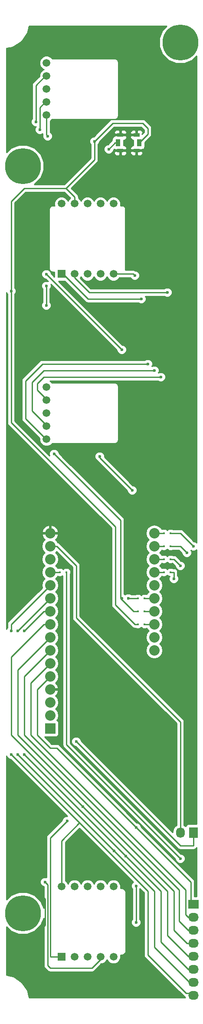
<source format=gbr>
G04 #@! TF.FileFunction,Copper,L1,Top,Signal*
%FSLAX46Y46*%
G04 Gerber Fmt 4.6, Leading zero omitted, Abs format (unit mm)*
G04 Created by KiCad (PCBNEW 4.0.0-1rc2.201511291916+6190~38~ubuntu14.04.1-stable) date Mon 14 Mar 2016 12:07:37 PM PDT*
%MOMM*%
G01*
G04 APERTURE LIST*
%ADD10C,0.100000*%
%ADD11R,0.300000X0.400000*%
%ADD12R,1.150000X0.750000*%
%ADD13R,0.950000X1.400000*%
%ADD14R,2.032000X1.727200*%
%ADD15O,2.032000X1.727200*%
%ADD16R,1.727200X2.032000*%
%ADD17O,1.727200X2.032000*%
%ADD18O,2.032000X2.032000*%
%ADD19R,2.032000X2.032000*%
%ADD20C,7.000000*%
%ADD21C,1.500000*%
%ADD22R,1.500000X1.500000*%
%ADD23C,0.600000*%
%ADD24C,0.250000*%
%ADD25C,0.254000*%
G04 APERTURE END LIST*
D10*
D11*
X109840000Y-124460000D03*
X111140000Y-124460000D03*
X109840000Y-121920000D03*
X111140000Y-121920000D03*
X109840000Y-119380000D03*
X111140000Y-119380000D03*
X116220000Y-114300000D03*
X114920000Y-114300000D03*
X116220000Y-111760000D03*
X114920000Y-111760000D03*
X116220000Y-109220000D03*
X114920000Y-109220000D03*
X116220000Y-106680000D03*
X114920000Y-106680000D03*
X95900000Y-114300000D03*
X94600000Y-114300000D03*
D12*
X109575000Y-32025000D03*
X106425000Y-32025000D03*
X109575000Y-28975000D03*
D13*
X105925000Y-30500000D03*
X110075000Y-30500000D03*
D12*
X106425000Y-28975000D03*
D14*
X120650000Y-179070000D03*
D15*
X120650000Y-181610000D03*
X120650000Y-184150000D03*
X120650000Y-186690000D03*
X120650000Y-189230000D03*
X120650000Y-191770000D03*
X120650000Y-194310000D03*
X120650000Y-196850000D03*
D16*
X120650000Y-165100000D03*
D17*
X118110000Y-165100000D03*
D18*
X113030000Y-129540000D03*
X113030000Y-127000000D03*
X113030000Y-124460000D03*
X113030000Y-121920000D03*
X113030000Y-119380000D03*
X113030000Y-116840000D03*
X113030000Y-114300000D03*
X113030000Y-111760000D03*
X113030000Y-109220000D03*
X113030000Y-106680000D03*
X92710000Y-106680000D03*
X92710000Y-109220000D03*
X92710000Y-111760000D03*
X92710000Y-114300000D03*
X92710000Y-116840000D03*
X92710000Y-119380000D03*
X92710000Y-121920000D03*
X92710000Y-124460000D03*
X92710000Y-127000000D03*
X92710000Y-129540000D03*
X92710000Y-132080000D03*
X92710000Y-134620000D03*
X92710000Y-137160000D03*
X92710000Y-139700000D03*
D19*
X92710000Y-144780000D03*
D18*
X92710000Y-142240000D03*
D20*
X87376000Y-180848000D03*
X118110000Y-10922000D03*
X87376000Y-35052000D03*
D21*
X92000000Y-14920000D03*
X92000000Y-17460000D03*
X92000000Y-20000000D03*
X92000000Y-22540000D03*
X92000000Y-25080000D03*
X94920000Y-175650000D03*
X97460000Y-175650000D03*
X100000000Y-175650000D03*
X102540000Y-175650000D03*
X105080000Y-175650000D03*
D22*
X94920000Y-189350000D03*
D21*
X97460000Y-189350000D03*
X105080000Y-189350000D03*
X102540000Y-189350000D03*
X100000000Y-189350000D03*
X92000000Y-78170000D03*
X92000000Y-80710000D03*
X92000000Y-83250000D03*
X92000000Y-85790000D03*
X92000000Y-88330000D03*
X94920000Y-42400000D03*
X97460000Y-42400000D03*
X100000000Y-42400000D03*
X102540000Y-42400000D03*
X105080000Y-42400000D03*
D22*
X94920000Y-56100000D03*
D21*
X97460000Y-56100000D03*
X105080000Y-56100000D03*
X102540000Y-56100000D03*
X100000000Y-56100000D03*
D23*
X85090000Y-59436000D03*
X101346000Y-30226000D03*
X91694000Y-174752000D03*
X106680000Y-119380000D03*
X91948000Y-58420000D03*
X91948000Y-62230000D03*
X93472000Y-91186000D03*
X107950000Y-119380000D03*
X116840000Y-115570000D03*
X118110000Y-113030000D03*
X119380000Y-110490000D03*
X120650000Y-109220000D03*
X118110000Y-170180000D03*
X100584000Y-148082000D03*
X91186000Y-157480000D03*
X89408000Y-185420000D03*
X120650000Y-172212000D03*
X98044000Y-92202000D03*
X93980000Y-95758000D03*
X94742000Y-137160000D03*
X97028000Y-137160000D03*
X103124000Y-126746000D03*
X101346000Y-128524000D03*
X97790000Y-147320000D03*
X85090000Y-149860000D03*
X85090000Y-125730000D03*
X91948000Y-56134000D03*
X106680000Y-70866000D03*
X105156000Y-168656000D03*
X86360000Y-125730000D03*
X86360000Y-149860000D03*
X107442000Y-169672000D03*
X109220000Y-56388000D03*
X87630000Y-149860000D03*
X87630000Y-125730000D03*
X96012000Y-162814000D03*
X99060000Y-160020000D03*
X110490000Y-60960000D03*
X111760000Y-73660000D03*
X104140000Y-31750000D03*
X113030000Y-74930000D03*
X92202000Y-29210000D03*
X114300000Y-76200000D03*
X90678000Y-27940000D03*
X109474000Y-164084000D03*
X109474000Y-175514000D03*
X109474000Y-182626000D03*
X115570000Y-59690000D03*
X89916000Y-26416000D03*
X102362000Y-91694000D03*
X108712000Y-98298000D03*
D24*
X101346000Y-30226000D02*
X101346000Y-33782000D01*
X101346000Y-33782000D02*
X95758000Y-39370000D01*
X97460000Y-42400000D02*
X97460000Y-41072000D01*
X97460000Y-41072000D02*
X95758000Y-39370000D01*
X87630000Y-39370000D02*
X85090000Y-41910000D01*
X95758000Y-39370000D02*
X87630000Y-39370000D01*
X91440000Y-91440000D02*
X105410000Y-105410000D01*
X109220000Y-124460000D02*
X109840000Y-124460000D01*
X109220000Y-124460000D02*
X105410000Y-120650000D01*
X105410000Y-120650000D02*
X105410000Y-105410000D01*
X91440000Y-91440000D02*
X85090000Y-85090000D01*
X85090000Y-85090000D02*
X85090000Y-64770000D01*
X85090000Y-64770000D02*
X85090000Y-59436000D01*
X85090000Y-59436000D02*
X85090000Y-41910000D01*
X101346000Y-30226000D02*
X104902000Y-26670000D01*
X104902000Y-26670000D02*
X110744000Y-26670000D01*
X110744000Y-26670000D02*
X111760000Y-27686000D01*
X111760000Y-27686000D02*
X111760000Y-28815000D01*
X111760000Y-28815000D02*
X110075000Y-30500000D01*
X111140000Y-124460000D02*
X113030000Y-124460000D01*
X91694000Y-174752000D02*
X92202000Y-175260000D01*
X92202000Y-175260000D02*
X92202000Y-191008000D01*
X102540000Y-189350000D02*
X102540000Y-189814000D01*
X102540000Y-189814000D02*
X100838000Y-191516000D01*
X92710000Y-191516000D02*
X92202000Y-191008000D01*
X100838000Y-191516000D02*
X92710000Y-191516000D01*
X106680000Y-119380000D02*
X106426000Y-119126000D01*
X91948000Y-62230000D02*
X91948000Y-58420000D01*
X106426000Y-119126000D02*
X106426000Y-104140000D01*
X106426000Y-104140000D02*
X93472000Y-91186000D01*
X109840000Y-121920000D02*
X108966000Y-121920000D01*
X108966000Y-121920000D02*
X106426000Y-119380000D01*
X106426000Y-119380000D02*
X106426000Y-119126000D01*
X111140000Y-121920000D02*
X113030000Y-121920000D01*
X109840000Y-119380000D02*
X107950000Y-119380000D01*
X111140000Y-119380000D02*
X113030000Y-119380000D01*
X116840000Y-115570000D02*
X116840000Y-114300000D01*
X116220000Y-114300000D02*
X116840000Y-114300000D01*
X113030000Y-114300000D02*
X114920000Y-114300000D01*
X118110000Y-113030000D02*
X116840000Y-111760000D01*
X116220000Y-111760000D02*
X116840000Y-111760000D01*
X113030000Y-111760000D02*
X114920000Y-111760000D01*
X118110000Y-109220000D02*
X116220000Y-109220000D01*
X119380000Y-110490000D02*
X118110000Y-109220000D01*
X113030000Y-109220000D02*
X114920000Y-109220000D01*
X120650000Y-109220000D02*
X118110000Y-106680000D01*
X116220000Y-106680000D02*
X118110000Y-106680000D01*
X113030000Y-106680000D02*
X114920000Y-106680000D01*
X95900000Y-147970000D02*
X96520000Y-148590000D01*
X118110000Y-170180000D02*
X96520000Y-148590000D01*
X95900000Y-114300000D02*
X95900000Y-147970000D01*
X92710000Y-114300000D02*
X94600000Y-114300000D01*
X91186000Y-157480000D02*
X88900000Y-159766000D01*
X97028000Y-144272000D02*
X100584000Y-147828000D01*
X100584000Y-147828000D02*
X100584000Y-148082000D01*
X97028000Y-137160000D02*
X97028000Y-144272000D01*
X91694000Y-183134000D02*
X89408000Y-185420000D01*
X91694000Y-178054000D02*
X91694000Y-183134000D01*
X88900000Y-175260000D02*
X91694000Y-178054000D01*
X88900000Y-159766000D02*
X88900000Y-175260000D01*
X92710000Y-106680000D02*
X92710000Y-97028000D01*
X92710000Y-97028000D02*
X93980000Y-95758000D01*
X97028000Y-137160000D02*
X97028000Y-132842000D01*
X92710000Y-137160000D02*
X94742000Y-137160000D01*
X97028000Y-132842000D02*
X101346000Y-128524000D01*
X118110000Y-165100000D02*
X118110000Y-143510000D01*
X93980000Y-109220000D02*
X92710000Y-109220000D01*
X97790000Y-113030000D02*
X93980000Y-109220000D01*
X97790000Y-123190000D02*
X97790000Y-113030000D01*
X118110000Y-143510000D02*
X97790000Y-123190000D01*
X120650000Y-165100000D02*
X120650000Y-167640000D01*
X118110000Y-167640000D02*
X97790000Y-147320000D01*
X120650000Y-167640000D02*
X118110000Y-167640000D01*
X119253000Y-196469000D02*
X120269000Y-196469000D01*
X120269000Y-196469000D02*
X120650000Y-196850000D01*
X111760000Y-181610000D02*
X111760000Y-176530000D01*
X111760000Y-176530000D02*
X98425000Y-163195000D01*
X111760000Y-188976000D02*
X111760000Y-181610000D01*
X111760000Y-181610000D02*
X111760000Y-181356000D01*
X119253000Y-196469000D02*
X111760000Y-188976000D01*
X94920000Y-175650000D02*
X94920000Y-166700000D01*
X94920000Y-166700000D02*
X98425000Y-163195000D01*
X85090000Y-124460000D02*
X85090000Y-125730000D01*
X98425000Y-163195000D02*
X85090000Y-149860000D01*
X85090000Y-124460000D02*
X92710000Y-116840000D01*
X91948000Y-56134000D02*
X106680000Y-70866000D01*
X120650000Y-194310000D02*
X119888000Y-194310000D01*
X119888000Y-194310000D02*
X113030000Y-187452000D01*
X113030000Y-187452000D02*
X113030000Y-176530000D01*
X113030000Y-176530000D02*
X105156000Y-168656000D01*
X92710000Y-119380000D02*
X86360000Y-125730000D01*
X86360000Y-149860000D02*
X105156000Y-168656000D01*
X120650000Y-191770000D02*
X119634000Y-191770000D01*
X119634000Y-191770000D02*
X119380000Y-191516000D01*
X114300000Y-186436000D02*
X119380000Y-191516000D01*
X114300000Y-181356000D02*
X114300000Y-186436000D01*
X107442000Y-169672000D02*
X114300000Y-176530000D01*
X114300000Y-181356000D02*
X114300000Y-176530000D01*
X105080000Y-56100000D02*
X108932000Y-56100000D01*
X108932000Y-56100000D02*
X109220000Y-56388000D01*
X92710000Y-121920000D02*
X91440000Y-121920000D01*
X87630000Y-149860000D02*
X105410000Y-167640000D01*
X105410000Y-167640000D02*
X107442000Y-169672000D01*
X91440000Y-121920000D02*
X87630000Y-125730000D01*
X120650000Y-189230000D02*
X119634000Y-189230000D01*
X119634000Y-189230000D02*
X119380000Y-188976000D01*
X115570000Y-181610000D02*
X115570000Y-176530000D01*
X115570000Y-176530000D02*
X99060000Y-160020000D01*
X115570000Y-181356000D02*
X115570000Y-181610000D01*
X115570000Y-181610000D02*
X115570000Y-185166000D01*
X115570000Y-185166000D02*
X119380000Y-188976000D01*
X94920000Y-189350000D02*
X92830000Y-189350000D01*
X92830000Y-189350000D02*
X92710000Y-189230000D01*
X92710000Y-189230000D02*
X92710000Y-166116000D01*
X92710000Y-166116000D02*
X96012000Y-162814000D01*
X94920000Y-56100000D02*
X95216000Y-56100000D01*
X95216000Y-56100000D02*
X100076000Y-60960000D01*
X100076000Y-60960000D02*
X110490000Y-60960000D01*
X85090000Y-146050000D02*
X95250000Y-156210000D01*
X91440000Y-124460000D02*
X85090000Y-130810000D01*
X85090000Y-130810000D02*
X85090000Y-146050000D01*
X92710000Y-124460000D02*
X91440000Y-124460000D01*
X95250000Y-156210000D02*
X99060000Y-160020000D01*
X120650000Y-186690000D02*
X119380000Y-186690000D01*
X86360000Y-146050000D02*
X116840000Y-176530000D01*
X116840000Y-176530000D02*
X116840000Y-177800000D01*
X86360000Y-133350000D02*
X92710000Y-127000000D01*
X86360000Y-146050000D02*
X86360000Y-133350000D01*
X116840000Y-184150000D02*
X116840000Y-177800000D01*
X119380000Y-186690000D02*
X116840000Y-184150000D01*
X92000000Y-88330000D02*
X91886000Y-88330000D01*
X91886000Y-88330000D02*
X87884000Y-84328000D01*
X91186000Y-73660000D02*
X111760000Y-73660000D01*
X87884000Y-76962000D02*
X91186000Y-73660000D01*
X87884000Y-84328000D02*
X87884000Y-76962000D01*
X105390000Y-30500000D02*
X105925000Y-30500000D01*
X104140000Y-31750000D02*
X105390000Y-30500000D01*
X92000000Y-88330000D02*
X92140000Y-88330000D01*
X120650000Y-184150000D02*
X119634000Y-184150000D01*
X119634000Y-184150000D02*
X117856000Y-182372000D01*
X117856000Y-182372000D02*
X117856000Y-176276000D01*
X92000000Y-85790000D02*
X92000000Y-85650000D01*
X92000000Y-85650000D02*
X89154000Y-82804000D01*
X91440000Y-74930000D02*
X113030000Y-74930000D01*
X89154000Y-77216000D02*
X91440000Y-74930000D01*
X89154000Y-82804000D02*
X89154000Y-77216000D01*
X92000000Y-25080000D02*
X92000000Y-29008000D01*
X92000000Y-29008000D02*
X92202000Y-29210000D01*
X92710000Y-129540000D02*
X87630000Y-134620000D01*
X87630000Y-146050000D02*
X117856000Y-176276000D01*
X87630000Y-134620000D02*
X87630000Y-146050000D01*
X120650000Y-181610000D02*
X119634000Y-181610000D01*
X119634000Y-181610000D02*
X119126000Y-181102000D01*
X88900000Y-146050000D02*
X119126000Y-176276000D01*
X88900000Y-135890000D02*
X88900000Y-146050000D01*
X92710000Y-132080000D02*
X88900000Y-135890000D01*
X119126000Y-181102000D02*
X119126000Y-176276000D01*
X92000000Y-80710000D02*
X92000000Y-80570000D01*
X92000000Y-80570000D02*
X90170000Y-78740000D01*
X91440000Y-76200000D02*
X114300000Y-76200000D01*
X90170000Y-77470000D02*
X91440000Y-76200000D01*
X90170000Y-78740000D02*
X90170000Y-77470000D01*
X92000000Y-22540000D02*
X91760000Y-22540000D01*
X91760000Y-22540000D02*
X90678000Y-23622000D01*
X90678000Y-23622000D02*
X90678000Y-27940000D01*
X109474000Y-164084000D02*
X120142000Y-174752000D01*
X120142000Y-174752000D02*
X120142000Y-178562000D01*
X120142000Y-178562000D02*
X120650000Y-179070000D01*
X120142000Y-178562000D02*
X120650000Y-179070000D01*
X109474000Y-182626000D02*
X109474000Y-175514000D01*
X97460000Y-56100000D02*
X97460000Y-56820000D01*
X97460000Y-56820000D02*
X100330000Y-59690000D01*
X100330000Y-59690000D02*
X115570000Y-59690000D01*
X92000000Y-17460000D02*
X91760000Y-17460000D01*
X91760000Y-17460000D02*
X89916000Y-19304000D01*
X89916000Y-19304000D02*
X89916000Y-26416000D01*
X90170000Y-137160000D02*
X92710000Y-134620000D01*
X107950000Y-162560000D02*
X93980000Y-148590000D01*
X109474000Y-164084000D02*
X107950000Y-162560000D01*
X93980000Y-148590000D02*
X92710000Y-148590000D01*
X92710000Y-148590000D02*
X90170000Y-146050000D01*
X90170000Y-146050000D02*
X90170000Y-137160000D01*
X102540000Y-42400000D02*
X102540000Y-42240000D01*
X102362000Y-91948000D02*
X102362000Y-91694000D01*
X108712000Y-98298000D02*
X102362000Y-91948000D01*
D25*
G36*
X108910539Y-174755341D02*
X108681808Y-174983673D01*
X108539162Y-175327201D01*
X108538838Y-175699167D01*
X108680883Y-176042943D01*
X108714000Y-176076118D01*
X108714000Y-182063537D01*
X108681808Y-182095673D01*
X108539162Y-182439201D01*
X108538838Y-182811167D01*
X108680883Y-183154943D01*
X108943673Y-183418192D01*
X109287201Y-183560838D01*
X109659167Y-183561162D01*
X110002943Y-183419117D01*
X110266192Y-183156327D01*
X110408838Y-182812799D01*
X110409162Y-182440833D01*
X110267117Y-182097057D01*
X110234000Y-182063882D01*
X110234000Y-176078802D01*
X111000000Y-176844802D01*
X111000000Y-188976000D01*
X111057852Y-189266839D01*
X111222599Y-189513401D01*
X118715599Y-197006401D01*
X118962160Y-197171148D01*
X119033352Y-197185309D01*
X119054176Y-197290000D01*
X88582682Y-197290000D01*
X88353816Y-196139411D01*
X88247801Y-195883470D01*
X87272325Y-194423564D01*
X87076436Y-194227676D01*
X87076435Y-194227675D01*
X85616530Y-193252198D01*
X85466603Y-193190097D01*
X85360589Y-193146184D01*
X84210000Y-192917318D01*
X84210000Y-183529352D01*
X85030653Y-184351438D01*
X86549889Y-184982280D01*
X88194894Y-184983716D01*
X89715229Y-184355526D01*
X90879438Y-183193347D01*
X91442000Y-181838547D01*
X91442000Y-191008000D01*
X91499852Y-191298839D01*
X91664599Y-191545401D01*
X92172599Y-192053401D01*
X92419161Y-192218148D01*
X92710000Y-192276000D01*
X100838000Y-192276000D01*
X101128839Y-192218148D01*
X101375401Y-192053401D01*
X102693667Y-190735135D01*
X102814285Y-190735240D01*
X103323515Y-190524831D01*
X103713461Y-190135564D01*
X103809976Y-189903130D01*
X103905169Y-190133515D01*
X104294436Y-190523461D01*
X104803298Y-190734759D01*
X105354285Y-190735240D01*
X105863515Y-190524831D01*
X106253461Y-190135564D01*
X106464759Y-189626702D01*
X106465240Y-189075715D01*
X106434038Y-189000200D01*
X106756200Y-189000200D01*
X107027905Y-188946154D01*
X107258246Y-188792246D01*
X107412154Y-188561905D01*
X107466200Y-188290200D01*
X107466200Y-176707800D01*
X107412154Y-176436095D01*
X107258246Y-176205754D01*
X107027905Y-176051846D01*
X106756200Y-175997800D01*
X106435237Y-175997800D01*
X106464759Y-175926702D01*
X106465240Y-175375715D01*
X106254831Y-174866485D01*
X105865564Y-174476539D01*
X105356702Y-174265241D01*
X104805715Y-174264760D01*
X104296485Y-174475169D01*
X103906539Y-174864436D01*
X103810024Y-175096870D01*
X103714831Y-174866485D01*
X103325564Y-174476539D01*
X102816702Y-174265241D01*
X102265715Y-174264760D01*
X101756485Y-174475169D01*
X101366539Y-174864436D01*
X101270024Y-175096870D01*
X101174831Y-174866485D01*
X100785564Y-174476539D01*
X100276702Y-174265241D01*
X99725715Y-174264760D01*
X99216485Y-174475169D01*
X98826539Y-174864436D01*
X98730024Y-175096870D01*
X98634831Y-174866485D01*
X98245564Y-174476539D01*
X97736702Y-174265241D01*
X97185715Y-174264760D01*
X96676485Y-174475169D01*
X96286539Y-174864436D01*
X96190024Y-175096870D01*
X96094831Y-174866485D01*
X95705564Y-174476539D01*
X95680000Y-174465924D01*
X95680000Y-167014802D01*
X98425000Y-164269802D01*
X108910539Y-174755341D01*
X108910539Y-174755341D01*
G37*
X108910539Y-174755341D02*
X108681808Y-174983673D01*
X108539162Y-175327201D01*
X108538838Y-175699167D01*
X108680883Y-176042943D01*
X108714000Y-176076118D01*
X108714000Y-182063537D01*
X108681808Y-182095673D01*
X108539162Y-182439201D01*
X108538838Y-182811167D01*
X108680883Y-183154943D01*
X108943673Y-183418192D01*
X109287201Y-183560838D01*
X109659167Y-183561162D01*
X110002943Y-183419117D01*
X110266192Y-183156327D01*
X110408838Y-182812799D01*
X110409162Y-182440833D01*
X110267117Y-182097057D01*
X110234000Y-182063882D01*
X110234000Y-176078802D01*
X111000000Y-176844802D01*
X111000000Y-188976000D01*
X111057852Y-189266839D01*
X111222599Y-189513401D01*
X118715599Y-197006401D01*
X118962160Y-197171148D01*
X119033352Y-197185309D01*
X119054176Y-197290000D01*
X88582682Y-197290000D01*
X88353816Y-196139411D01*
X88247801Y-195883470D01*
X87272325Y-194423564D01*
X87076436Y-194227676D01*
X87076435Y-194227675D01*
X85616530Y-193252198D01*
X85466603Y-193190097D01*
X85360589Y-193146184D01*
X84210000Y-192917318D01*
X84210000Y-183529352D01*
X85030653Y-184351438D01*
X86549889Y-184982280D01*
X88194894Y-184983716D01*
X89715229Y-184355526D01*
X90879438Y-183193347D01*
X91442000Y-181838547D01*
X91442000Y-191008000D01*
X91499852Y-191298839D01*
X91664599Y-191545401D01*
X92172599Y-192053401D01*
X92419161Y-192218148D01*
X92710000Y-192276000D01*
X100838000Y-192276000D01*
X101128839Y-192218148D01*
X101375401Y-192053401D01*
X102693667Y-190735135D01*
X102814285Y-190735240D01*
X103323515Y-190524831D01*
X103713461Y-190135564D01*
X103809976Y-189903130D01*
X103905169Y-190133515D01*
X104294436Y-190523461D01*
X104803298Y-190734759D01*
X105354285Y-190735240D01*
X105863515Y-190524831D01*
X106253461Y-190135564D01*
X106464759Y-189626702D01*
X106465240Y-189075715D01*
X106434038Y-189000200D01*
X106756200Y-189000200D01*
X107027905Y-188946154D01*
X107258246Y-188792246D01*
X107412154Y-188561905D01*
X107466200Y-188290200D01*
X107466200Y-176707800D01*
X107412154Y-176436095D01*
X107258246Y-176205754D01*
X107027905Y-176051846D01*
X106756200Y-175997800D01*
X106435237Y-175997800D01*
X106464759Y-175926702D01*
X106465240Y-175375715D01*
X106254831Y-174866485D01*
X105865564Y-174476539D01*
X105356702Y-174265241D01*
X104805715Y-174264760D01*
X104296485Y-174475169D01*
X103906539Y-174864436D01*
X103810024Y-175096870D01*
X103714831Y-174866485D01*
X103325564Y-174476539D01*
X102816702Y-174265241D01*
X102265715Y-174264760D01*
X101756485Y-174475169D01*
X101366539Y-174864436D01*
X101270024Y-175096870D01*
X101174831Y-174866485D01*
X100785564Y-174476539D01*
X100276702Y-174265241D01*
X99725715Y-174264760D01*
X99216485Y-174475169D01*
X98826539Y-174864436D01*
X98730024Y-175096870D01*
X98634831Y-174866485D01*
X98245564Y-174476539D01*
X97736702Y-174265241D01*
X97185715Y-174264760D01*
X96676485Y-174475169D01*
X96286539Y-174864436D01*
X96190024Y-175096870D01*
X96094831Y-174866485D01*
X95705564Y-174476539D01*
X95680000Y-174465924D01*
X95680000Y-167014802D01*
X98425000Y-164269802D01*
X108910539Y-174755341D01*
G36*
X84296883Y-150388943D02*
X84559673Y-150652192D01*
X84903201Y-150794838D01*
X84950077Y-150794879D01*
X96034217Y-161879019D01*
X95826833Y-161878838D01*
X95483057Y-162020883D01*
X95219808Y-162283673D01*
X95077162Y-162627201D01*
X95077121Y-162674077D01*
X92172599Y-165578599D01*
X92007852Y-165825161D01*
X91950000Y-166116000D01*
X91950000Y-173845897D01*
X91880799Y-173817162D01*
X91508833Y-173816838D01*
X91165057Y-173958883D01*
X90901808Y-174221673D01*
X90759162Y-174565201D01*
X90758838Y-174937167D01*
X90900883Y-175280943D01*
X91163673Y-175544192D01*
X91442000Y-175659764D01*
X91442000Y-179860380D01*
X90883526Y-178508771D01*
X89721347Y-177344562D01*
X88202111Y-176713720D01*
X86557106Y-176712284D01*
X85036771Y-177340474D01*
X84210000Y-178165803D01*
X84210000Y-150178670D01*
X84296883Y-150388943D01*
X84296883Y-150388943D01*
G37*
X84296883Y-150388943D02*
X84559673Y-150652192D01*
X84903201Y-150794838D01*
X84950077Y-150794879D01*
X96034217Y-161879019D01*
X95826833Y-161878838D01*
X95483057Y-162020883D01*
X95219808Y-162283673D01*
X95077162Y-162627201D01*
X95077121Y-162674077D01*
X92172599Y-165578599D01*
X92007852Y-165825161D01*
X91950000Y-166116000D01*
X91950000Y-173845897D01*
X91880799Y-173817162D01*
X91508833Y-173816838D01*
X91165057Y-173958883D01*
X90901808Y-174221673D01*
X90759162Y-174565201D01*
X90758838Y-174937167D01*
X90900883Y-175280943D01*
X91163673Y-175544192D01*
X91442000Y-175659764D01*
X91442000Y-179860380D01*
X90883526Y-178508771D01*
X89721347Y-177344562D01*
X88202111Y-176713720D01*
X86557106Y-176712284D01*
X85036771Y-177340474D01*
X84210000Y-178165803D01*
X84210000Y-150178670D01*
X84296883Y-150388943D01*
G36*
X97030000Y-113344802D02*
X97030000Y-123190000D01*
X97087852Y-123480839D01*
X97252599Y-123727401D01*
X117350000Y-143824802D01*
X117350000Y-163655352D01*
X117050330Y-163855585D01*
X116725474Y-164341766D01*
X116611400Y-164915255D01*
X116611400Y-165066598D01*
X98725122Y-147180320D01*
X98725162Y-147134833D01*
X98583117Y-146791057D01*
X98320327Y-146527808D01*
X97976799Y-146385162D01*
X97604833Y-146384838D01*
X97261057Y-146526883D01*
X96997808Y-146789673D01*
X96855162Y-147133201D01*
X96854838Y-147505167D01*
X96996883Y-147848943D01*
X97259673Y-148112192D01*
X97603201Y-148254838D01*
X97650077Y-148254879D01*
X117572599Y-168177401D01*
X117819161Y-168342148D01*
X118110000Y-168400000D01*
X120650000Y-168400000D01*
X120940839Y-168342148D01*
X121187401Y-168177401D01*
X121290000Y-168023850D01*
X121290000Y-177558960D01*
X120902000Y-177558960D01*
X120902000Y-174752000D01*
X120847207Y-174476539D01*
X120844148Y-174461160D01*
X120679401Y-174214599D01*
X110409122Y-163944320D01*
X110409162Y-163898833D01*
X110267117Y-163555057D01*
X110004327Y-163291808D01*
X109660799Y-163149162D01*
X109613923Y-163149121D01*
X94517401Y-148052599D01*
X94270839Y-147887852D01*
X93980000Y-147830000D01*
X93024802Y-147830000D01*
X91624084Y-146429282D01*
X91694000Y-146443440D01*
X93726000Y-146443440D01*
X93961317Y-146399162D01*
X94177441Y-146260090D01*
X94322431Y-146047890D01*
X94373440Y-145796000D01*
X94373440Y-143764000D01*
X94329162Y-143528683D01*
X94190090Y-143312559D01*
X94041163Y-143210802D01*
X94267670Y-142871810D01*
X94393345Y-142240000D01*
X94267670Y-141608190D01*
X93909778Y-141072567D01*
X93756276Y-140970000D01*
X93909778Y-140867433D01*
X94267670Y-140331810D01*
X94393345Y-139700000D01*
X94267670Y-139068190D01*
X93909778Y-138532567D01*
X93746646Y-138423565D01*
X94116385Y-138024818D01*
X94315975Y-137542944D01*
X94196836Y-137287000D01*
X92837000Y-137287000D01*
X92837000Y-137307000D01*
X92583000Y-137307000D01*
X92583000Y-137287000D01*
X92563000Y-137287000D01*
X92563000Y-137033000D01*
X92583000Y-137033000D01*
X92583000Y-137013000D01*
X92837000Y-137013000D01*
X92837000Y-137033000D01*
X94196836Y-137033000D01*
X94315975Y-136777056D01*
X94116385Y-136295182D01*
X93746646Y-135896435D01*
X93909778Y-135787433D01*
X94267670Y-135251810D01*
X94393345Y-134620000D01*
X94267670Y-133988190D01*
X93909778Y-133452567D01*
X93756276Y-133350000D01*
X93909778Y-133247433D01*
X94267670Y-132711810D01*
X94393345Y-132080000D01*
X94267670Y-131448190D01*
X93909778Y-130912567D01*
X93756276Y-130810000D01*
X93909778Y-130707433D01*
X94267670Y-130171810D01*
X94393345Y-129540000D01*
X94267670Y-128908190D01*
X93909778Y-128372567D01*
X93756276Y-128270000D01*
X93909778Y-128167433D01*
X94267670Y-127631810D01*
X94393345Y-127000000D01*
X94267670Y-126368190D01*
X93909778Y-125832567D01*
X93756276Y-125730000D01*
X93909778Y-125627433D01*
X94267670Y-125091810D01*
X94393345Y-124460000D01*
X94267670Y-123828190D01*
X93909778Y-123292567D01*
X93756276Y-123190000D01*
X93909778Y-123087433D01*
X94267670Y-122551810D01*
X94393345Y-121920000D01*
X94267670Y-121288190D01*
X93909778Y-120752567D01*
X93756276Y-120650000D01*
X93909778Y-120547433D01*
X94267670Y-120011810D01*
X94393345Y-119380000D01*
X94267670Y-118748190D01*
X93909778Y-118212567D01*
X93756276Y-118110000D01*
X93909778Y-118007433D01*
X94267670Y-117471810D01*
X94393345Y-116840000D01*
X94267670Y-116208190D01*
X93909778Y-115672567D01*
X93756276Y-115570000D01*
X93909778Y-115467433D01*
X94170348Y-115077462D01*
X94198110Y-115096431D01*
X94450000Y-115147440D01*
X94750000Y-115147440D01*
X94985317Y-115103162D01*
X95140000Y-115003626D01*
X95140000Y-147970000D01*
X95197852Y-148260839D01*
X95362599Y-148507401D01*
X117174878Y-170319680D01*
X117174838Y-170365167D01*
X117316883Y-170708943D01*
X117579673Y-170972192D01*
X117923201Y-171114838D01*
X118295167Y-171115162D01*
X118638943Y-170973117D01*
X118902192Y-170710327D01*
X119044838Y-170366799D01*
X119045162Y-169994833D01*
X118903117Y-169651057D01*
X118640327Y-169387808D01*
X118296799Y-169245162D01*
X118249923Y-169245121D01*
X96660000Y-147655198D01*
X96660000Y-114684884D01*
X96697440Y-114500000D01*
X96697440Y-114100000D01*
X96653162Y-113864683D01*
X96514090Y-113648559D01*
X96301890Y-113503569D01*
X96050000Y-113452560D01*
X95750000Y-113452560D01*
X95514683Y-113496838D01*
X95298559Y-113635910D01*
X95250866Y-113705711D01*
X95214090Y-113648559D01*
X95001890Y-113503569D01*
X94750000Y-113452560D01*
X94450000Y-113452560D01*
X94214683Y-113496838D01*
X94171670Y-113524516D01*
X93909778Y-113132567D01*
X93756276Y-113030000D01*
X93909778Y-112927433D01*
X94267670Y-112391810D01*
X94393345Y-111760000D01*
X94267670Y-111128190D01*
X93909778Y-110592567D01*
X93756276Y-110490000D01*
X93909778Y-110387433D01*
X93975008Y-110289810D01*
X97030000Y-113344802D01*
X97030000Y-113344802D01*
G37*
X97030000Y-113344802D02*
X97030000Y-123190000D01*
X97087852Y-123480839D01*
X97252599Y-123727401D01*
X117350000Y-143824802D01*
X117350000Y-163655352D01*
X117050330Y-163855585D01*
X116725474Y-164341766D01*
X116611400Y-164915255D01*
X116611400Y-165066598D01*
X98725122Y-147180320D01*
X98725162Y-147134833D01*
X98583117Y-146791057D01*
X98320327Y-146527808D01*
X97976799Y-146385162D01*
X97604833Y-146384838D01*
X97261057Y-146526883D01*
X96997808Y-146789673D01*
X96855162Y-147133201D01*
X96854838Y-147505167D01*
X96996883Y-147848943D01*
X97259673Y-148112192D01*
X97603201Y-148254838D01*
X97650077Y-148254879D01*
X117572599Y-168177401D01*
X117819161Y-168342148D01*
X118110000Y-168400000D01*
X120650000Y-168400000D01*
X120940839Y-168342148D01*
X121187401Y-168177401D01*
X121290000Y-168023850D01*
X121290000Y-177558960D01*
X120902000Y-177558960D01*
X120902000Y-174752000D01*
X120847207Y-174476539D01*
X120844148Y-174461160D01*
X120679401Y-174214599D01*
X110409122Y-163944320D01*
X110409162Y-163898833D01*
X110267117Y-163555057D01*
X110004327Y-163291808D01*
X109660799Y-163149162D01*
X109613923Y-163149121D01*
X94517401Y-148052599D01*
X94270839Y-147887852D01*
X93980000Y-147830000D01*
X93024802Y-147830000D01*
X91624084Y-146429282D01*
X91694000Y-146443440D01*
X93726000Y-146443440D01*
X93961317Y-146399162D01*
X94177441Y-146260090D01*
X94322431Y-146047890D01*
X94373440Y-145796000D01*
X94373440Y-143764000D01*
X94329162Y-143528683D01*
X94190090Y-143312559D01*
X94041163Y-143210802D01*
X94267670Y-142871810D01*
X94393345Y-142240000D01*
X94267670Y-141608190D01*
X93909778Y-141072567D01*
X93756276Y-140970000D01*
X93909778Y-140867433D01*
X94267670Y-140331810D01*
X94393345Y-139700000D01*
X94267670Y-139068190D01*
X93909778Y-138532567D01*
X93746646Y-138423565D01*
X94116385Y-138024818D01*
X94315975Y-137542944D01*
X94196836Y-137287000D01*
X92837000Y-137287000D01*
X92837000Y-137307000D01*
X92583000Y-137307000D01*
X92583000Y-137287000D01*
X92563000Y-137287000D01*
X92563000Y-137033000D01*
X92583000Y-137033000D01*
X92583000Y-137013000D01*
X92837000Y-137013000D01*
X92837000Y-137033000D01*
X94196836Y-137033000D01*
X94315975Y-136777056D01*
X94116385Y-136295182D01*
X93746646Y-135896435D01*
X93909778Y-135787433D01*
X94267670Y-135251810D01*
X94393345Y-134620000D01*
X94267670Y-133988190D01*
X93909778Y-133452567D01*
X93756276Y-133350000D01*
X93909778Y-133247433D01*
X94267670Y-132711810D01*
X94393345Y-132080000D01*
X94267670Y-131448190D01*
X93909778Y-130912567D01*
X93756276Y-130810000D01*
X93909778Y-130707433D01*
X94267670Y-130171810D01*
X94393345Y-129540000D01*
X94267670Y-128908190D01*
X93909778Y-128372567D01*
X93756276Y-128270000D01*
X93909778Y-128167433D01*
X94267670Y-127631810D01*
X94393345Y-127000000D01*
X94267670Y-126368190D01*
X93909778Y-125832567D01*
X93756276Y-125730000D01*
X93909778Y-125627433D01*
X94267670Y-125091810D01*
X94393345Y-124460000D01*
X94267670Y-123828190D01*
X93909778Y-123292567D01*
X93756276Y-123190000D01*
X93909778Y-123087433D01*
X94267670Y-122551810D01*
X94393345Y-121920000D01*
X94267670Y-121288190D01*
X93909778Y-120752567D01*
X93756276Y-120650000D01*
X93909778Y-120547433D01*
X94267670Y-120011810D01*
X94393345Y-119380000D01*
X94267670Y-118748190D01*
X93909778Y-118212567D01*
X93756276Y-118110000D01*
X93909778Y-118007433D01*
X94267670Y-117471810D01*
X94393345Y-116840000D01*
X94267670Y-116208190D01*
X93909778Y-115672567D01*
X93756276Y-115570000D01*
X93909778Y-115467433D01*
X94170348Y-115077462D01*
X94198110Y-115096431D01*
X94450000Y-115147440D01*
X94750000Y-115147440D01*
X94985317Y-115103162D01*
X95140000Y-115003626D01*
X95140000Y-147970000D01*
X95197852Y-148260839D01*
X95362599Y-148507401D01*
X117174878Y-170319680D01*
X117174838Y-170365167D01*
X117316883Y-170708943D01*
X117579673Y-170972192D01*
X117923201Y-171114838D01*
X118295167Y-171115162D01*
X118638943Y-170973117D01*
X118902192Y-170710327D01*
X119044838Y-170366799D01*
X119045162Y-169994833D01*
X118903117Y-169651057D01*
X118640327Y-169387808D01*
X118296799Y-169245162D01*
X118249923Y-169245121D01*
X96660000Y-147655198D01*
X96660000Y-114684884D01*
X96697440Y-114500000D01*
X96697440Y-114100000D01*
X96653162Y-113864683D01*
X96514090Y-113648559D01*
X96301890Y-113503569D01*
X96050000Y-113452560D01*
X95750000Y-113452560D01*
X95514683Y-113496838D01*
X95298559Y-113635910D01*
X95250866Y-113705711D01*
X95214090Y-113648559D01*
X95001890Y-113503569D01*
X94750000Y-113452560D01*
X94450000Y-113452560D01*
X94214683Y-113496838D01*
X94171670Y-113524516D01*
X93909778Y-113132567D01*
X93756276Y-113030000D01*
X93909778Y-112927433D01*
X94267670Y-112391810D01*
X94393345Y-111760000D01*
X94267670Y-111128190D01*
X93909778Y-110592567D01*
X93756276Y-110490000D01*
X93909778Y-110387433D01*
X93975008Y-110289810D01*
X97030000Y-113344802D01*
G36*
X84296883Y-59964943D02*
X84330000Y-59998118D01*
X84330000Y-85090000D01*
X84387852Y-85380839D01*
X84552599Y-85627401D01*
X104650000Y-105724802D01*
X104650000Y-120650000D01*
X104707852Y-120940839D01*
X104872599Y-121187401D01*
X108682599Y-124997401D01*
X108929161Y-125162148D01*
X109220000Y-125220000D01*
X109384791Y-125220000D01*
X109438110Y-125256431D01*
X109690000Y-125307440D01*
X109990000Y-125307440D01*
X110225317Y-125263162D01*
X110441441Y-125124090D01*
X110489134Y-125054289D01*
X110525910Y-125111441D01*
X110738110Y-125256431D01*
X110990000Y-125307440D01*
X111290000Y-125307440D01*
X111525317Y-125263162D01*
X111568330Y-125235484D01*
X111830222Y-125627433D01*
X111983724Y-125730000D01*
X111830222Y-125832567D01*
X111472330Y-126368190D01*
X111346655Y-127000000D01*
X111472330Y-127631810D01*
X111830222Y-128167433D01*
X111983724Y-128270000D01*
X111830222Y-128372567D01*
X111472330Y-128908190D01*
X111346655Y-129540000D01*
X111472330Y-130171810D01*
X111830222Y-130707433D01*
X112365845Y-131065325D01*
X112997655Y-131191000D01*
X113062345Y-131191000D01*
X113694155Y-131065325D01*
X114229778Y-130707433D01*
X114587670Y-130171810D01*
X114713345Y-129540000D01*
X114587670Y-128908190D01*
X114229778Y-128372567D01*
X114076276Y-128270000D01*
X114229778Y-128167433D01*
X114587670Y-127631810D01*
X114713345Y-127000000D01*
X114587670Y-126368190D01*
X114229778Y-125832567D01*
X114076276Y-125730000D01*
X114229778Y-125627433D01*
X114587670Y-125091810D01*
X114713345Y-124460000D01*
X114587670Y-123828190D01*
X114229778Y-123292567D01*
X114076276Y-123190000D01*
X114229778Y-123087433D01*
X114587670Y-122551810D01*
X114713345Y-121920000D01*
X114587670Y-121288190D01*
X114229778Y-120752567D01*
X114076276Y-120650000D01*
X114229778Y-120547433D01*
X114587670Y-120011810D01*
X114713345Y-119380000D01*
X114587670Y-118748190D01*
X114229778Y-118212567D01*
X114076276Y-118110000D01*
X114229778Y-118007433D01*
X114587670Y-117471810D01*
X114713345Y-116840000D01*
X114587670Y-116208190D01*
X114229778Y-115672567D01*
X114076276Y-115570000D01*
X114229778Y-115467433D01*
X114490348Y-115077462D01*
X114518110Y-115096431D01*
X114770000Y-115147440D01*
X115070000Y-115147440D01*
X115305317Y-115103162D01*
X115521441Y-114964090D01*
X115569134Y-114894289D01*
X115605910Y-114951441D01*
X115818110Y-115096431D01*
X116008251Y-115134936D01*
X115905162Y-115383201D01*
X115904838Y-115755167D01*
X116046883Y-116098943D01*
X116309673Y-116362192D01*
X116653201Y-116504838D01*
X117025167Y-116505162D01*
X117368943Y-116363117D01*
X117632192Y-116100327D01*
X117774838Y-115756799D01*
X117775162Y-115384833D01*
X117633117Y-115041057D01*
X117600000Y-115007882D01*
X117600000Y-114300000D01*
X117542148Y-114009161D01*
X117377401Y-113762599D01*
X117130839Y-113597852D01*
X116840000Y-113540000D01*
X116675209Y-113540000D01*
X116621890Y-113503569D01*
X116370000Y-113452560D01*
X116070000Y-113452560D01*
X115834683Y-113496838D01*
X115618559Y-113635910D01*
X115570866Y-113705711D01*
X115534090Y-113648559D01*
X115321890Y-113503569D01*
X115070000Y-113452560D01*
X114770000Y-113452560D01*
X114534683Y-113496838D01*
X114491670Y-113524516D01*
X114229778Y-113132567D01*
X114076276Y-113030000D01*
X114229778Y-112927433D01*
X114490348Y-112537462D01*
X114518110Y-112556431D01*
X114770000Y-112607440D01*
X115070000Y-112607440D01*
X115305317Y-112563162D01*
X115521441Y-112424090D01*
X115569134Y-112354289D01*
X115605910Y-112411441D01*
X115818110Y-112556431D01*
X116070000Y-112607440D01*
X116370000Y-112607440D01*
X116574213Y-112569015D01*
X117174878Y-113169680D01*
X117174838Y-113215167D01*
X117316883Y-113558943D01*
X117579673Y-113822192D01*
X117923201Y-113964838D01*
X118295167Y-113965162D01*
X118638943Y-113823117D01*
X118902192Y-113560327D01*
X119044838Y-113216799D01*
X119045162Y-112844833D01*
X118903117Y-112501057D01*
X118640327Y-112237808D01*
X118296799Y-112095162D01*
X118249923Y-112095121D01*
X117377401Y-111222599D01*
X117130839Y-111057852D01*
X116840000Y-111000000D01*
X116675209Y-111000000D01*
X116621890Y-110963569D01*
X116370000Y-110912560D01*
X116070000Y-110912560D01*
X115834683Y-110956838D01*
X115618559Y-111095910D01*
X115570866Y-111165711D01*
X115534090Y-111108559D01*
X115321890Y-110963569D01*
X115070000Y-110912560D01*
X114770000Y-110912560D01*
X114534683Y-110956838D01*
X114491670Y-110984516D01*
X114229778Y-110592567D01*
X114076276Y-110490000D01*
X114229778Y-110387433D01*
X114490348Y-109997462D01*
X114518110Y-110016431D01*
X114770000Y-110067440D01*
X115070000Y-110067440D01*
X115305317Y-110023162D01*
X115521441Y-109884090D01*
X115569134Y-109814289D01*
X115605910Y-109871441D01*
X115818110Y-110016431D01*
X116070000Y-110067440D01*
X116370000Y-110067440D01*
X116605317Y-110023162D01*
X116672393Y-109980000D01*
X117795198Y-109980000D01*
X118444878Y-110629680D01*
X118444838Y-110675167D01*
X118586883Y-111018943D01*
X118849673Y-111282192D01*
X119193201Y-111424838D01*
X119565167Y-111425162D01*
X119908943Y-111283117D01*
X120172192Y-111020327D01*
X120314838Y-110676799D01*
X120315162Y-110304833D01*
X120209690Y-110049570D01*
X120463201Y-110154838D01*
X120835167Y-110155162D01*
X121178943Y-110013117D01*
X121290000Y-109902254D01*
X121290000Y-163436560D01*
X119786400Y-163436560D01*
X119551083Y-163480838D01*
X119334959Y-163619910D01*
X119189969Y-163832110D01*
X119181600Y-163873439D01*
X119169670Y-163855585D01*
X118870000Y-163655352D01*
X118870000Y-143510000D01*
X118812148Y-143219161D01*
X118647401Y-142972599D01*
X98550000Y-122875198D01*
X98550000Y-113030000D01*
X98492148Y-112739161D01*
X98327401Y-112492599D01*
X94517401Y-108682599D01*
X94270839Y-108517852D01*
X94212982Y-108506343D01*
X93909778Y-108052567D01*
X93746646Y-107943565D01*
X94116385Y-107544818D01*
X94315975Y-107062944D01*
X94196836Y-106807000D01*
X92837000Y-106807000D01*
X92837000Y-106827000D01*
X92583000Y-106827000D01*
X92583000Y-106807000D01*
X91223164Y-106807000D01*
X91104025Y-107062944D01*
X91303615Y-107544818D01*
X91673354Y-107943565D01*
X91510222Y-108052567D01*
X91152330Y-108588190D01*
X91026655Y-109220000D01*
X91152330Y-109851810D01*
X91510222Y-110387433D01*
X91663724Y-110490000D01*
X91510222Y-110592567D01*
X91152330Y-111128190D01*
X91026655Y-111760000D01*
X91152330Y-112391810D01*
X91510222Y-112927433D01*
X91663724Y-113030000D01*
X91510222Y-113132567D01*
X91152330Y-113668190D01*
X91026655Y-114300000D01*
X91152330Y-114931810D01*
X91510222Y-115467433D01*
X91663724Y-115570000D01*
X91510222Y-115672567D01*
X91152330Y-116208190D01*
X91026655Y-116840000D01*
X91127619Y-117347579D01*
X84552599Y-123922599D01*
X84387852Y-124169161D01*
X84330000Y-124460000D01*
X84330000Y-125167537D01*
X84297808Y-125199673D01*
X84210000Y-125411137D01*
X84210000Y-106297056D01*
X91104025Y-106297056D01*
X91223164Y-106553000D01*
X92583000Y-106553000D01*
X92583000Y-105192633D01*
X92837000Y-105192633D01*
X92837000Y-106553000D01*
X94196836Y-106553000D01*
X94315975Y-106297056D01*
X94116385Y-105815182D01*
X93678379Y-105342812D01*
X93092946Y-105074017D01*
X92837000Y-105192633D01*
X92583000Y-105192633D01*
X92327054Y-105074017D01*
X91741621Y-105342812D01*
X91303615Y-105815182D01*
X91104025Y-106297056D01*
X84210000Y-106297056D01*
X84210000Y-59754670D01*
X84296883Y-59964943D01*
X84296883Y-59964943D01*
G37*
X84296883Y-59964943D02*
X84330000Y-59998118D01*
X84330000Y-85090000D01*
X84387852Y-85380839D01*
X84552599Y-85627401D01*
X104650000Y-105724802D01*
X104650000Y-120650000D01*
X104707852Y-120940839D01*
X104872599Y-121187401D01*
X108682599Y-124997401D01*
X108929161Y-125162148D01*
X109220000Y-125220000D01*
X109384791Y-125220000D01*
X109438110Y-125256431D01*
X109690000Y-125307440D01*
X109990000Y-125307440D01*
X110225317Y-125263162D01*
X110441441Y-125124090D01*
X110489134Y-125054289D01*
X110525910Y-125111441D01*
X110738110Y-125256431D01*
X110990000Y-125307440D01*
X111290000Y-125307440D01*
X111525317Y-125263162D01*
X111568330Y-125235484D01*
X111830222Y-125627433D01*
X111983724Y-125730000D01*
X111830222Y-125832567D01*
X111472330Y-126368190D01*
X111346655Y-127000000D01*
X111472330Y-127631810D01*
X111830222Y-128167433D01*
X111983724Y-128270000D01*
X111830222Y-128372567D01*
X111472330Y-128908190D01*
X111346655Y-129540000D01*
X111472330Y-130171810D01*
X111830222Y-130707433D01*
X112365845Y-131065325D01*
X112997655Y-131191000D01*
X113062345Y-131191000D01*
X113694155Y-131065325D01*
X114229778Y-130707433D01*
X114587670Y-130171810D01*
X114713345Y-129540000D01*
X114587670Y-128908190D01*
X114229778Y-128372567D01*
X114076276Y-128270000D01*
X114229778Y-128167433D01*
X114587670Y-127631810D01*
X114713345Y-127000000D01*
X114587670Y-126368190D01*
X114229778Y-125832567D01*
X114076276Y-125730000D01*
X114229778Y-125627433D01*
X114587670Y-125091810D01*
X114713345Y-124460000D01*
X114587670Y-123828190D01*
X114229778Y-123292567D01*
X114076276Y-123190000D01*
X114229778Y-123087433D01*
X114587670Y-122551810D01*
X114713345Y-121920000D01*
X114587670Y-121288190D01*
X114229778Y-120752567D01*
X114076276Y-120650000D01*
X114229778Y-120547433D01*
X114587670Y-120011810D01*
X114713345Y-119380000D01*
X114587670Y-118748190D01*
X114229778Y-118212567D01*
X114076276Y-118110000D01*
X114229778Y-118007433D01*
X114587670Y-117471810D01*
X114713345Y-116840000D01*
X114587670Y-116208190D01*
X114229778Y-115672567D01*
X114076276Y-115570000D01*
X114229778Y-115467433D01*
X114490348Y-115077462D01*
X114518110Y-115096431D01*
X114770000Y-115147440D01*
X115070000Y-115147440D01*
X115305317Y-115103162D01*
X115521441Y-114964090D01*
X115569134Y-114894289D01*
X115605910Y-114951441D01*
X115818110Y-115096431D01*
X116008251Y-115134936D01*
X115905162Y-115383201D01*
X115904838Y-115755167D01*
X116046883Y-116098943D01*
X116309673Y-116362192D01*
X116653201Y-116504838D01*
X117025167Y-116505162D01*
X117368943Y-116363117D01*
X117632192Y-116100327D01*
X117774838Y-115756799D01*
X117775162Y-115384833D01*
X117633117Y-115041057D01*
X117600000Y-115007882D01*
X117600000Y-114300000D01*
X117542148Y-114009161D01*
X117377401Y-113762599D01*
X117130839Y-113597852D01*
X116840000Y-113540000D01*
X116675209Y-113540000D01*
X116621890Y-113503569D01*
X116370000Y-113452560D01*
X116070000Y-113452560D01*
X115834683Y-113496838D01*
X115618559Y-113635910D01*
X115570866Y-113705711D01*
X115534090Y-113648559D01*
X115321890Y-113503569D01*
X115070000Y-113452560D01*
X114770000Y-113452560D01*
X114534683Y-113496838D01*
X114491670Y-113524516D01*
X114229778Y-113132567D01*
X114076276Y-113030000D01*
X114229778Y-112927433D01*
X114490348Y-112537462D01*
X114518110Y-112556431D01*
X114770000Y-112607440D01*
X115070000Y-112607440D01*
X115305317Y-112563162D01*
X115521441Y-112424090D01*
X115569134Y-112354289D01*
X115605910Y-112411441D01*
X115818110Y-112556431D01*
X116070000Y-112607440D01*
X116370000Y-112607440D01*
X116574213Y-112569015D01*
X117174878Y-113169680D01*
X117174838Y-113215167D01*
X117316883Y-113558943D01*
X117579673Y-113822192D01*
X117923201Y-113964838D01*
X118295167Y-113965162D01*
X118638943Y-113823117D01*
X118902192Y-113560327D01*
X119044838Y-113216799D01*
X119045162Y-112844833D01*
X118903117Y-112501057D01*
X118640327Y-112237808D01*
X118296799Y-112095162D01*
X118249923Y-112095121D01*
X117377401Y-111222599D01*
X117130839Y-111057852D01*
X116840000Y-111000000D01*
X116675209Y-111000000D01*
X116621890Y-110963569D01*
X116370000Y-110912560D01*
X116070000Y-110912560D01*
X115834683Y-110956838D01*
X115618559Y-111095910D01*
X115570866Y-111165711D01*
X115534090Y-111108559D01*
X115321890Y-110963569D01*
X115070000Y-110912560D01*
X114770000Y-110912560D01*
X114534683Y-110956838D01*
X114491670Y-110984516D01*
X114229778Y-110592567D01*
X114076276Y-110490000D01*
X114229778Y-110387433D01*
X114490348Y-109997462D01*
X114518110Y-110016431D01*
X114770000Y-110067440D01*
X115070000Y-110067440D01*
X115305317Y-110023162D01*
X115521441Y-109884090D01*
X115569134Y-109814289D01*
X115605910Y-109871441D01*
X115818110Y-110016431D01*
X116070000Y-110067440D01*
X116370000Y-110067440D01*
X116605317Y-110023162D01*
X116672393Y-109980000D01*
X117795198Y-109980000D01*
X118444878Y-110629680D01*
X118444838Y-110675167D01*
X118586883Y-111018943D01*
X118849673Y-111282192D01*
X119193201Y-111424838D01*
X119565167Y-111425162D01*
X119908943Y-111283117D01*
X120172192Y-111020327D01*
X120314838Y-110676799D01*
X120315162Y-110304833D01*
X120209690Y-110049570D01*
X120463201Y-110154838D01*
X120835167Y-110155162D01*
X121178943Y-110013117D01*
X121290000Y-109902254D01*
X121290000Y-163436560D01*
X119786400Y-163436560D01*
X119551083Y-163480838D01*
X119334959Y-163619910D01*
X119189969Y-163832110D01*
X119181600Y-163873439D01*
X119169670Y-163855585D01*
X118870000Y-163655352D01*
X118870000Y-143510000D01*
X118812148Y-143219161D01*
X118647401Y-142972599D01*
X98550000Y-122875198D01*
X98550000Y-113030000D01*
X98492148Y-112739161D01*
X98327401Y-112492599D01*
X94517401Y-108682599D01*
X94270839Y-108517852D01*
X94212982Y-108506343D01*
X93909778Y-108052567D01*
X93746646Y-107943565D01*
X94116385Y-107544818D01*
X94315975Y-107062944D01*
X94196836Y-106807000D01*
X92837000Y-106807000D01*
X92837000Y-106827000D01*
X92583000Y-106827000D01*
X92583000Y-106807000D01*
X91223164Y-106807000D01*
X91104025Y-107062944D01*
X91303615Y-107544818D01*
X91673354Y-107943565D01*
X91510222Y-108052567D01*
X91152330Y-108588190D01*
X91026655Y-109220000D01*
X91152330Y-109851810D01*
X91510222Y-110387433D01*
X91663724Y-110490000D01*
X91510222Y-110592567D01*
X91152330Y-111128190D01*
X91026655Y-111760000D01*
X91152330Y-112391810D01*
X91510222Y-112927433D01*
X91663724Y-113030000D01*
X91510222Y-113132567D01*
X91152330Y-113668190D01*
X91026655Y-114300000D01*
X91152330Y-114931810D01*
X91510222Y-115467433D01*
X91663724Y-115570000D01*
X91510222Y-115672567D01*
X91152330Y-116208190D01*
X91026655Y-116840000D01*
X91127619Y-117347579D01*
X84552599Y-123922599D01*
X84387852Y-124169161D01*
X84330000Y-124460000D01*
X84330000Y-125167537D01*
X84297808Y-125199673D01*
X84210000Y-125411137D01*
X84210000Y-106297056D01*
X91104025Y-106297056D01*
X91223164Y-106553000D01*
X92583000Y-106553000D01*
X92583000Y-105192633D01*
X92837000Y-105192633D01*
X92837000Y-106553000D01*
X94196836Y-106553000D01*
X94315975Y-106297056D01*
X94116385Y-105815182D01*
X93678379Y-105342812D01*
X93092946Y-105074017D01*
X92837000Y-105192633D01*
X92583000Y-105192633D01*
X92327054Y-105074017D01*
X91741621Y-105342812D01*
X91303615Y-105815182D01*
X91104025Y-106297056D01*
X84210000Y-106297056D01*
X84210000Y-59754670D01*
X84296883Y-59964943D01*
G36*
X114606562Y-8576653D02*
X113975720Y-10095889D01*
X113974284Y-11740894D01*
X114602474Y-13261229D01*
X115764653Y-14425438D01*
X117283889Y-15056280D01*
X118928894Y-15057716D01*
X120449229Y-14429526D01*
X121290000Y-13590221D01*
X121290000Y-108537673D01*
X121180327Y-108427808D01*
X120836799Y-108285162D01*
X120789923Y-108285121D01*
X118647401Y-106142599D01*
X118400839Y-105977852D01*
X118110000Y-105920000D01*
X116675209Y-105920000D01*
X116621890Y-105883569D01*
X116370000Y-105832560D01*
X116070000Y-105832560D01*
X115834683Y-105876838D01*
X115618559Y-106015910D01*
X115570866Y-106085711D01*
X115534090Y-106028559D01*
X115321890Y-105883569D01*
X115070000Y-105832560D01*
X114770000Y-105832560D01*
X114534683Y-105876838D01*
X114491670Y-105904516D01*
X114229778Y-105512567D01*
X113694155Y-105154675D01*
X113062345Y-105029000D01*
X112997655Y-105029000D01*
X112365845Y-105154675D01*
X111830222Y-105512567D01*
X111472330Y-106048190D01*
X111346655Y-106680000D01*
X111472330Y-107311810D01*
X111830222Y-107847433D01*
X111983724Y-107950000D01*
X111830222Y-108052567D01*
X111472330Y-108588190D01*
X111346655Y-109220000D01*
X111472330Y-109851810D01*
X111830222Y-110387433D01*
X111983724Y-110490000D01*
X111830222Y-110592567D01*
X111472330Y-111128190D01*
X111346655Y-111760000D01*
X111472330Y-112391810D01*
X111830222Y-112927433D01*
X111983724Y-113030000D01*
X111830222Y-113132567D01*
X111472330Y-113668190D01*
X111346655Y-114300000D01*
X111472330Y-114931810D01*
X111830222Y-115467433D01*
X111983724Y-115570000D01*
X111830222Y-115672567D01*
X111472330Y-116208190D01*
X111346655Y-116840000D01*
X111472330Y-117471810D01*
X111830222Y-118007433D01*
X111983724Y-118110000D01*
X111830222Y-118212567D01*
X111569652Y-118602538D01*
X111541890Y-118583569D01*
X111290000Y-118532560D01*
X110990000Y-118532560D01*
X110754683Y-118576838D01*
X110538559Y-118715910D01*
X110490866Y-118785711D01*
X110454090Y-118728559D01*
X110241890Y-118583569D01*
X109990000Y-118532560D01*
X109690000Y-118532560D01*
X109454683Y-118576838D01*
X109387607Y-118620000D01*
X108512463Y-118620000D01*
X108480327Y-118587808D01*
X108136799Y-118445162D01*
X107764833Y-118444838D01*
X107421057Y-118586883D01*
X107315046Y-118692710D01*
X107210327Y-118587808D01*
X107186000Y-118577706D01*
X107186000Y-104140000D01*
X107128148Y-103849161D01*
X106963401Y-103602599D01*
X95239969Y-91879167D01*
X101426838Y-91879167D01*
X101568883Y-92222943D01*
X101811878Y-92466362D01*
X101824599Y-92485401D01*
X107776878Y-98437680D01*
X107776838Y-98483167D01*
X107918883Y-98826943D01*
X108181673Y-99090192D01*
X108525201Y-99232838D01*
X108897167Y-99233162D01*
X109240943Y-99091117D01*
X109504192Y-98828327D01*
X109646838Y-98484799D01*
X109647162Y-98112833D01*
X109505117Y-97769057D01*
X109242327Y-97505808D01*
X108898799Y-97363162D01*
X108851923Y-97363121D01*
X103296901Y-91808099D01*
X103297162Y-91508833D01*
X103155117Y-91165057D01*
X102892327Y-90901808D01*
X102548799Y-90759162D01*
X102176833Y-90758838D01*
X101833057Y-90900883D01*
X101569808Y-91163673D01*
X101427162Y-91507201D01*
X101426838Y-91879167D01*
X95239969Y-91879167D01*
X94407122Y-91046320D01*
X94407162Y-91000833D01*
X94265117Y-90657057D01*
X94002327Y-90393808D01*
X93658799Y-90251162D01*
X93286833Y-90250838D01*
X92943057Y-90392883D01*
X92679808Y-90655673D01*
X92537162Y-90999201D01*
X92536838Y-91371167D01*
X92600822Y-91526020D01*
X85850000Y-84775198D01*
X85850000Y-76962000D01*
X87124000Y-76962000D01*
X87124000Y-84328000D01*
X87181852Y-84618839D01*
X87346599Y-84865401D01*
X90615171Y-88133973D01*
X90614760Y-88604285D01*
X90825169Y-89113515D01*
X91214436Y-89503461D01*
X91723298Y-89714759D01*
X92274285Y-89715240D01*
X92783515Y-89504831D01*
X93136160Y-89152800D01*
X105333800Y-89152800D01*
X105605505Y-89098754D01*
X105835846Y-88944846D01*
X105989754Y-88714505D01*
X106043800Y-88442800D01*
X106043800Y-78054200D01*
X105989754Y-77782495D01*
X105835846Y-77552154D01*
X105605505Y-77398246D01*
X105333800Y-77344200D01*
X93132620Y-77344200D01*
X92785564Y-76996539D01*
X92697568Y-76960000D01*
X113737537Y-76960000D01*
X113769673Y-76992192D01*
X114113201Y-77134838D01*
X114485167Y-77135162D01*
X114828943Y-76993117D01*
X115092192Y-76730327D01*
X115234838Y-76386799D01*
X115235162Y-76014833D01*
X115093117Y-75671057D01*
X114830327Y-75407808D01*
X114486799Y-75265162D01*
X114114833Y-75264838D01*
X113859570Y-75370310D01*
X113964838Y-75116799D01*
X113965162Y-74744833D01*
X113823117Y-74401057D01*
X113560327Y-74137808D01*
X113216799Y-73995162D01*
X112844833Y-73994838D01*
X112589570Y-74100310D01*
X112694838Y-73846799D01*
X112695162Y-73474833D01*
X112553117Y-73131057D01*
X112290327Y-72867808D01*
X111946799Y-72725162D01*
X111574833Y-72724838D01*
X111231057Y-72866883D01*
X111197882Y-72900000D01*
X91186000Y-72900000D01*
X90895160Y-72957852D01*
X90648599Y-73122599D01*
X87346599Y-76424599D01*
X87181852Y-76671161D01*
X87124000Y-76962000D01*
X85850000Y-76962000D01*
X85850000Y-59998463D01*
X85882192Y-59966327D01*
X86024838Y-59622799D01*
X86025162Y-59250833D01*
X85883117Y-58907057D01*
X85850000Y-58873882D01*
X85850000Y-42224802D01*
X87944802Y-40130000D01*
X95443198Y-40130000D01*
X96607366Y-41294168D01*
X96286539Y-41614436D01*
X96190024Y-41846870D01*
X96094831Y-41616485D01*
X95705564Y-41226539D01*
X95196702Y-41015241D01*
X94645715Y-41014760D01*
X94136485Y-41225169D01*
X93746539Y-41614436D01*
X93535241Y-42123298D01*
X93534760Y-42674285D01*
X93565797Y-42749400D01*
X93243400Y-42749400D01*
X92971695Y-42803446D01*
X92741354Y-42957354D01*
X92587446Y-43187695D01*
X92533400Y-43459400D01*
X92533400Y-55041800D01*
X92587446Y-55313505D01*
X92741354Y-55543846D01*
X92971695Y-55697754D01*
X93243400Y-55751800D01*
X93522560Y-55751800D01*
X93522560Y-56633758D01*
X92883122Y-55994320D01*
X92883162Y-55948833D01*
X92741117Y-55605057D01*
X92478327Y-55341808D01*
X92134799Y-55199162D01*
X91762833Y-55198838D01*
X91419057Y-55340883D01*
X91155808Y-55603673D01*
X91013162Y-55947201D01*
X91012838Y-56319167D01*
X91154883Y-56662943D01*
X91417673Y-56926192D01*
X91761201Y-57068838D01*
X91808077Y-57068879D01*
X92287957Y-57548759D01*
X92134799Y-57485162D01*
X91762833Y-57484838D01*
X91419057Y-57626883D01*
X91155808Y-57889673D01*
X91013162Y-58233201D01*
X91012838Y-58605167D01*
X91154883Y-58948943D01*
X91188000Y-58982118D01*
X91188000Y-61667537D01*
X91155808Y-61699673D01*
X91013162Y-62043201D01*
X91012838Y-62415167D01*
X91154883Y-62758943D01*
X91417673Y-63022192D01*
X91761201Y-63164838D01*
X92133167Y-63165162D01*
X92476943Y-63023117D01*
X92740192Y-62760327D01*
X92882838Y-62416799D01*
X92883162Y-62044833D01*
X92741117Y-61701057D01*
X92708000Y-61667882D01*
X92708000Y-58982463D01*
X92740192Y-58950327D01*
X92882838Y-58606799D01*
X92883162Y-58234833D01*
X92819178Y-58079980D01*
X105744878Y-71005680D01*
X105744838Y-71051167D01*
X105886883Y-71394943D01*
X106149673Y-71658192D01*
X106493201Y-71800838D01*
X106865167Y-71801162D01*
X107208943Y-71659117D01*
X107472192Y-71396327D01*
X107614838Y-71052799D01*
X107615162Y-70680833D01*
X107473117Y-70337057D01*
X107210327Y-70073808D01*
X106866799Y-69931162D01*
X106819923Y-69931121D01*
X94386242Y-57497440D01*
X95538638Y-57497440D01*
X99538599Y-61497401D01*
X99785161Y-61662148D01*
X100076000Y-61720000D01*
X109927537Y-61720000D01*
X109959673Y-61752192D01*
X110303201Y-61894838D01*
X110675167Y-61895162D01*
X111018943Y-61753117D01*
X111282192Y-61490327D01*
X111424838Y-61146799D01*
X111425162Y-60774833D01*
X111290944Y-60450000D01*
X115007537Y-60450000D01*
X115039673Y-60482192D01*
X115383201Y-60624838D01*
X115755167Y-60625162D01*
X116098943Y-60483117D01*
X116362192Y-60220327D01*
X116504838Y-59876799D01*
X116505162Y-59504833D01*
X116363117Y-59161057D01*
X116100327Y-58897808D01*
X115756799Y-58755162D01*
X115384833Y-58754838D01*
X115041057Y-58896883D01*
X115007882Y-58930000D01*
X100644802Y-58930000D01*
X98616899Y-56902097D01*
X98633461Y-56885564D01*
X98729976Y-56653130D01*
X98825169Y-56883515D01*
X99214436Y-57273461D01*
X99723298Y-57484759D01*
X100274285Y-57485240D01*
X100783515Y-57274831D01*
X101173461Y-56885564D01*
X101269976Y-56653130D01*
X101365169Y-56883515D01*
X101754436Y-57273461D01*
X102263298Y-57484759D01*
X102814285Y-57485240D01*
X103323515Y-57274831D01*
X103713461Y-56885564D01*
X103809976Y-56653130D01*
X103905169Y-56883515D01*
X104294436Y-57273461D01*
X104803298Y-57484759D01*
X105354285Y-57485240D01*
X105863515Y-57274831D01*
X106253461Y-56885564D01*
X106264076Y-56860000D01*
X108403355Y-56860000D01*
X108426883Y-56916943D01*
X108689673Y-57180192D01*
X109033201Y-57322838D01*
X109405167Y-57323162D01*
X109748943Y-57181117D01*
X110012192Y-56918327D01*
X110154838Y-56574799D01*
X110155162Y-56202833D01*
X110013117Y-55859057D01*
X109750327Y-55595808D01*
X109406799Y-55453162D01*
X109305484Y-55453074D01*
X109222839Y-55397852D01*
X108932000Y-55340000D01*
X107369051Y-55340000D01*
X107386754Y-55313505D01*
X107440800Y-55041800D01*
X107440800Y-43459400D01*
X107386754Y-43187695D01*
X107232846Y-42957354D01*
X107002505Y-42803446D01*
X106730800Y-42749400D01*
X106434572Y-42749400D01*
X106464759Y-42676702D01*
X106465240Y-42125715D01*
X106254831Y-41616485D01*
X105865564Y-41226539D01*
X105356702Y-41015241D01*
X104805715Y-41014760D01*
X104296485Y-41225169D01*
X103906539Y-41614436D01*
X103810024Y-41846870D01*
X103714831Y-41616485D01*
X103325564Y-41226539D01*
X102816702Y-41015241D01*
X102265715Y-41014760D01*
X101756485Y-41225169D01*
X101366539Y-41614436D01*
X101270024Y-41846870D01*
X101174831Y-41616485D01*
X100785564Y-41226539D01*
X100276702Y-41015241D01*
X99725715Y-41014760D01*
X99216485Y-41225169D01*
X98826539Y-41614436D01*
X98730024Y-41846870D01*
X98634831Y-41616485D01*
X98245564Y-41226539D01*
X98220000Y-41215924D01*
X98220000Y-41072000D01*
X98162148Y-40781161D01*
X97997401Y-40534599D01*
X96832802Y-39370000D01*
X101883401Y-34319401D01*
X102048148Y-34072840D01*
X102106000Y-33782000D01*
X102106000Y-31935167D01*
X103204838Y-31935167D01*
X103346883Y-32278943D01*
X103609673Y-32542192D01*
X103953201Y-32684838D01*
X104325167Y-32685162D01*
X104668943Y-32543117D01*
X104901715Y-32310750D01*
X105215000Y-32310750D01*
X105215000Y-32526310D01*
X105311673Y-32759699D01*
X105490302Y-32938327D01*
X105723691Y-33035000D01*
X106139250Y-33035000D01*
X106298000Y-32876250D01*
X106298000Y-32152000D01*
X106552000Y-32152000D01*
X106552000Y-32876250D01*
X106710750Y-33035000D01*
X107126309Y-33035000D01*
X107359698Y-32938327D01*
X107538327Y-32759699D01*
X107635000Y-32526310D01*
X107635000Y-32310750D01*
X108365000Y-32310750D01*
X108365000Y-32526310D01*
X108461673Y-32759699D01*
X108640302Y-32938327D01*
X108873691Y-33035000D01*
X109289250Y-33035000D01*
X109448000Y-32876250D01*
X109448000Y-32152000D01*
X109702000Y-32152000D01*
X109702000Y-32876250D01*
X109860750Y-33035000D01*
X110276309Y-33035000D01*
X110509698Y-32938327D01*
X110688327Y-32759699D01*
X110785000Y-32526310D01*
X110785000Y-32310750D01*
X110626250Y-32152000D01*
X109702000Y-32152000D01*
X109448000Y-32152000D01*
X108523750Y-32152000D01*
X108365000Y-32310750D01*
X107635000Y-32310750D01*
X107476250Y-32152000D01*
X106552000Y-32152000D01*
X106298000Y-32152000D01*
X105373750Y-32152000D01*
X105215000Y-32310750D01*
X104901715Y-32310750D01*
X104932192Y-32280327D01*
X105074838Y-31936799D01*
X105074879Y-31889923D01*
X105180443Y-31784359D01*
X105198110Y-31796431D01*
X105290990Y-31815240D01*
X105373750Y-31898000D01*
X106298000Y-31898000D01*
X106298000Y-31878000D01*
X106552000Y-31878000D01*
X106552000Y-31898000D01*
X107476250Y-31898000D01*
X107635000Y-31739250D01*
X107635000Y-31523690D01*
X107538327Y-31290301D01*
X107359698Y-31111673D01*
X107126309Y-31015000D01*
X107047440Y-31015000D01*
X107047440Y-29985000D01*
X107126309Y-29985000D01*
X107359698Y-29888327D01*
X107538327Y-29709699D01*
X107635000Y-29476310D01*
X107635000Y-29260750D01*
X107476250Y-29102000D01*
X106552000Y-29102000D01*
X106552000Y-29122000D01*
X106298000Y-29122000D01*
X106298000Y-29102000D01*
X105373750Y-29102000D01*
X105293799Y-29181951D01*
X105214683Y-29196838D01*
X104998559Y-29335910D01*
X104853569Y-29548110D01*
X104802560Y-29800000D01*
X104802560Y-30012638D01*
X104000320Y-30814878D01*
X103954833Y-30814838D01*
X103611057Y-30956883D01*
X103347808Y-31219673D01*
X103205162Y-31563201D01*
X103204838Y-31935167D01*
X102106000Y-31935167D01*
X102106000Y-30788463D01*
X102138192Y-30756327D01*
X102280838Y-30412799D01*
X102280879Y-30365923D01*
X104173112Y-28473690D01*
X105215000Y-28473690D01*
X105215000Y-28689250D01*
X105373750Y-28848000D01*
X106298000Y-28848000D01*
X106298000Y-28123750D01*
X106552000Y-28123750D01*
X106552000Y-28848000D01*
X107476250Y-28848000D01*
X107635000Y-28689250D01*
X107635000Y-28473690D01*
X108365000Y-28473690D01*
X108365000Y-28689250D01*
X108523750Y-28848000D01*
X109448000Y-28848000D01*
X109448000Y-28123750D01*
X109289250Y-27965000D01*
X108873691Y-27965000D01*
X108640302Y-28061673D01*
X108461673Y-28240301D01*
X108365000Y-28473690D01*
X107635000Y-28473690D01*
X107538327Y-28240301D01*
X107359698Y-28061673D01*
X107126309Y-27965000D01*
X106710750Y-27965000D01*
X106552000Y-28123750D01*
X106298000Y-28123750D01*
X106139250Y-27965000D01*
X105723691Y-27965000D01*
X105490302Y-28061673D01*
X105311673Y-28240301D01*
X105215000Y-28473690D01*
X104173112Y-28473690D01*
X105216802Y-27430000D01*
X110429198Y-27430000D01*
X111000000Y-28000802D01*
X111000000Y-28500198D01*
X110652200Y-28847998D01*
X110626252Y-28847998D01*
X110785000Y-28689250D01*
X110785000Y-28473690D01*
X110688327Y-28240301D01*
X110509698Y-28061673D01*
X110276309Y-27965000D01*
X109860750Y-27965000D01*
X109702000Y-28123750D01*
X109702000Y-28848000D01*
X109722000Y-28848000D01*
X109722000Y-29102000D01*
X109702000Y-29102000D01*
X109702000Y-29122000D01*
X109448000Y-29122000D01*
X109448000Y-29102000D01*
X108523750Y-29102000D01*
X108365000Y-29260750D01*
X108365000Y-29476310D01*
X108461673Y-29709699D01*
X108640302Y-29888327D01*
X108873691Y-29985000D01*
X108952560Y-29985000D01*
X108952560Y-31015000D01*
X108873691Y-31015000D01*
X108640302Y-31111673D01*
X108461673Y-31290301D01*
X108365000Y-31523690D01*
X108365000Y-31739250D01*
X108523750Y-31898000D01*
X109448000Y-31898000D01*
X109448000Y-31878000D01*
X109702000Y-31878000D01*
X109702000Y-31898000D01*
X110626250Y-31898000D01*
X110706201Y-31818049D01*
X110785317Y-31803162D01*
X111001441Y-31664090D01*
X111146431Y-31451890D01*
X111197440Y-31200000D01*
X111197440Y-30452362D01*
X112297401Y-29352401D01*
X112462148Y-29105839D01*
X112520000Y-28815000D01*
X112520000Y-27686000D01*
X112462148Y-27395161D01*
X112297401Y-27148599D01*
X111281401Y-26132599D01*
X111034839Y-25967852D01*
X110744000Y-25910000D01*
X104902000Y-25910000D01*
X104659414Y-25958254D01*
X104611160Y-25967852D01*
X104364599Y-26132599D01*
X101206320Y-29290878D01*
X101160833Y-29290838D01*
X100817057Y-29432883D01*
X100553808Y-29695673D01*
X100411162Y-30039201D01*
X100410838Y-30411167D01*
X100552883Y-30754943D01*
X100586000Y-30788118D01*
X100586000Y-33467198D01*
X95443198Y-38610000D01*
X89593073Y-38610000D01*
X89715229Y-38559526D01*
X90879438Y-37397347D01*
X91510280Y-35878111D01*
X91511716Y-34233106D01*
X90883526Y-32712771D01*
X89721347Y-31548562D01*
X88202111Y-30917720D01*
X86557106Y-30916284D01*
X85036771Y-31544474D01*
X84210000Y-32369803D01*
X84210000Y-26601167D01*
X88980838Y-26601167D01*
X89122883Y-26944943D01*
X89385673Y-27208192D01*
X89729201Y-27350838D01*
X89918000Y-27351002D01*
X89918000Y-27377537D01*
X89885808Y-27409673D01*
X89743162Y-27753201D01*
X89742838Y-28125167D01*
X89884883Y-28468943D01*
X90147673Y-28732192D01*
X90491201Y-28874838D01*
X90863167Y-28875162D01*
X91206943Y-28733117D01*
X91240000Y-28700118D01*
X91240000Y-29008000D01*
X91267057Y-29144022D01*
X91266838Y-29395167D01*
X91408883Y-29738943D01*
X91671673Y-30002192D01*
X92015201Y-30144838D01*
X92387167Y-30145162D01*
X92730943Y-30003117D01*
X92994192Y-29740327D01*
X93136838Y-29396799D01*
X93137162Y-29024833D01*
X92995117Y-28681057D01*
X92760000Y-28445529D01*
X92760000Y-26264547D01*
X92783515Y-26254831D01*
X93132153Y-25906800D01*
X105333800Y-25906800D01*
X105605505Y-25852754D01*
X105835846Y-25698846D01*
X105989754Y-25468505D01*
X106043800Y-25196800D01*
X106043800Y-14808200D01*
X105989754Y-14536495D01*
X105835846Y-14306154D01*
X105605505Y-14152246D01*
X105333800Y-14098200D01*
X93136613Y-14098200D01*
X92785564Y-13746539D01*
X92276702Y-13535241D01*
X91725715Y-13534760D01*
X91216485Y-13745169D01*
X90826539Y-14134436D01*
X90615241Y-14643298D01*
X90614760Y-15194285D01*
X90825169Y-15703515D01*
X91214436Y-16093461D01*
X91446870Y-16189976D01*
X91216485Y-16285169D01*
X90826539Y-16674436D01*
X90615241Y-17183298D01*
X90614938Y-17530260D01*
X89378599Y-18766599D01*
X89213852Y-19013161D01*
X89156000Y-19304000D01*
X89156000Y-25853537D01*
X89123808Y-25885673D01*
X88981162Y-26229201D01*
X88980838Y-26601167D01*
X84210000Y-26601167D01*
X84210000Y-12082682D01*
X85360589Y-11853816D01*
X85466603Y-11809903D01*
X85616530Y-11747802D01*
X87076435Y-10772325D01*
X87085757Y-10763003D01*
X87272325Y-10576436D01*
X88247801Y-9116530D01*
X88353816Y-8860589D01*
X88582682Y-7710000D01*
X115474729Y-7710000D01*
X114606562Y-8576653D01*
X114606562Y-8576653D01*
G37*
X114606562Y-8576653D02*
X113975720Y-10095889D01*
X113974284Y-11740894D01*
X114602474Y-13261229D01*
X115764653Y-14425438D01*
X117283889Y-15056280D01*
X118928894Y-15057716D01*
X120449229Y-14429526D01*
X121290000Y-13590221D01*
X121290000Y-108537673D01*
X121180327Y-108427808D01*
X120836799Y-108285162D01*
X120789923Y-108285121D01*
X118647401Y-106142599D01*
X118400839Y-105977852D01*
X118110000Y-105920000D01*
X116675209Y-105920000D01*
X116621890Y-105883569D01*
X116370000Y-105832560D01*
X116070000Y-105832560D01*
X115834683Y-105876838D01*
X115618559Y-106015910D01*
X115570866Y-106085711D01*
X115534090Y-106028559D01*
X115321890Y-105883569D01*
X115070000Y-105832560D01*
X114770000Y-105832560D01*
X114534683Y-105876838D01*
X114491670Y-105904516D01*
X114229778Y-105512567D01*
X113694155Y-105154675D01*
X113062345Y-105029000D01*
X112997655Y-105029000D01*
X112365845Y-105154675D01*
X111830222Y-105512567D01*
X111472330Y-106048190D01*
X111346655Y-106680000D01*
X111472330Y-107311810D01*
X111830222Y-107847433D01*
X111983724Y-107950000D01*
X111830222Y-108052567D01*
X111472330Y-108588190D01*
X111346655Y-109220000D01*
X111472330Y-109851810D01*
X111830222Y-110387433D01*
X111983724Y-110490000D01*
X111830222Y-110592567D01*
X111472330Y-111128190D01*
X111346655Y-111760000D01*
X111472330Y-112391810D01*
X111830222Y-112927433D01*
X111983724Y-113030000D01*
X111830222Y-113132567D01*
X111472330Y-113668190D01*
X111346655Y-114300000D01*
X111472330Y-114931810D01*
X111830222Y-115467433D01*
X111983724Y-115570000D01*
X111830222Y-115672567D01*
X111472330Y-116208190D01*
X111346655Y-116840000D01*
X111472330Y-117471810D01*
X111830222Y-118007433D01*
X111983724Y-118110000D01*
X111830222Y-118212567D01*
X111569652Y-118602538D01*
X111541890Y-118583569D01*
X111290000Y-118532560D01*
X110990000Y-118532560D01*
X110754683Y-118576838D01*
X110538559Y-118715910D01*
X110490866Y-118785711D01*
X110454090Y-118728559D01*
X110241890Y-118583569D01*
X109990000Y-118532560D01*
X109690000Y-118532560D01*
X109454683Y-118576838D01*
X109387607Y-118620000D01*
X108512463Y-118620000D01*
X108480327Y-118587808D01*
X108136799Y-118445162D01*
X107764833Y-118444838D01*
X107421057Y-118586883D01*
X107315046Y-118692710D01*
X107210327Y-118587808D01*
X107186000Y-118577706D01*
X107186000Y-104140000D01*
X107128148Y-103849161D01*
X106963401Y-103602599D01*
X95239969Y-91879167D01*
X101426838Y-91879167D01*
X101568883Y-92222943D01*
X101811878Y-92466362D01*
X101824599Y-92485401D01*
X107776878Y-98437680D01*
X107776838Y-98483167D01*
X107918883Y-98826943D01*
X108181673Y-99090192D01*
X108525201Y-99232838D01*
X108897167Y-99233162D01*
X109240943Y-99091117D01*
X109504192Y-98828327D01*
X109646838Y-98484799D01*
X109647162Y-98112833D01*
X109505117Y-97769057D01*
X109242327Y-97505808D01*
X108898799Y-97363162D01*
X108851923Y-97363121D01*
X103296901Y-91808099D01*
X103297162Y-91508833D01*
X103155117Y-91165057D01*
X102892327Y-90901808D01*
X102548799Y-90759162D01*
X102176833Y-90758838D01*
X101833057Y-90900883D01*
X101569808Y-91163673D01*
X101427162Y-91507201D01*
X101426838Y-91879167D01*
X95239969Y-91879167D01*
X94407122Y-91046320D01*
X94407162Y-91000833D01*
X94265117Y-90657057D01*
X94002327Y-90393808D01*
X93658799Y-90251162D01*
X93286833Y-90250838D01*
X92943057Y-90392883D01*
X92679808Y-90655673D01*
X92537162Y-90999201D01*
X92536838Y-91371167D01*
X92600822Y-91526020D01*
X85850000Y-84775198D01*
X85850000Y-76962000D01*
X87124000Y-76962000D01*
X87124000Y-84328000D01*
X87181852Y-84618839D01*
X87346599Y-84865401D01*
X90615171Y-88133973D01*
X90614760Y-88604285D01*
X90825169Y-89113515D01*
X91214436Y-89503461D01*
X91723298Y-89714759D01*
X92274285Y-89715240D01*
X92783515Y-89504831D01*
X93136160Y-89152800D01*
X105333800Y-89152800D01*
X105605505Y-89098754D01*
X105835846Y-88944846D01*
X105989754Y-88714505D01*
X106043800Y-88442800D01*
X106043800Y-78054200D01*
X105989754Y-77782495D01*
X105835846Y-77552154D01*
X105605505Y-77398246D01*
X105333800Y-77344200D01*
X93132620Y-77344200D01*
X92785564Y-76996539D01*
X92697568Y-76960000D01*
X113737537Y-76960000D01*
X113769673Y-76992192D01*
X114113201Y-77134838D01*
X114485167Y-77135162D01*
X114828943Y-76993117D01*
X115092192Y-76730327D01*
X115234838Y-76386799D01*
X115235162Y-76014833D01*
X115093117Y-75671057D01*
X114830327Y-75407808D01*
X114486799Y-75265162D01*
X114114833Y-75264838D01*
X113859570Y-75370310D01*
X113964838Y-75116799D01*
X113965162Y-74744833D01*
X113823117Y-74401057D01*
X113560327Y-74137808D01*
X113216799Y-73995162D01*
X112844833Y-73994838D01*
X112589570Y-74100310D01*
X112694838Y-73846799D01*
X112695162Y-73474833D01*
X112553117Y-73131057D01*
X112290327Y-72867808D01*
X111946799Y-72725162D01*
X111574833Y-72724838D01*
X111231057Y-72866883D01*
X111197882Y-72900000D01*
X91186000Y-72900000D01*
X90895160Y-72957852D01*
X90648599Y-73122599D01*
X87346599Y-76424599D01*
X87181852Y-76671161D01*
X87124000Y-76962000D01*
X85850000Y-76962000D01*
X85850000Y-59998463D01*
X85882192Y-59966327D01*
X86024838Y-59622799D01*
X86025162Y-59250833D01*
X85883117Y-58907057D01*
X85850000Y-58873882D01*
X85850000Y-42224802D01*
X87944802Y-40130000D01*
X95443198Y-40130000D01*
X96607366Y-41294168D01*
X96286539Y-41614436D01*
X96190024Y-41846870D01*
X96094831Y-41616485D01*
X95705564Y-41226539D01*
X95196702Y-41015241D01*
X94645715Y-41014760D01*
X94136485Y-41225169D01*
X93746539Y-41614436D01*
X93535241Y-42123298D01*
X93534760Y-42674285D01*
X93565797Y-42749400D01*
X93243400Y-42749400D01*
X92971695Y-42803446D01*
X92741354Y-42957354D01*
X92587446Y-43187695D01*
X92533400Y-43459400D01*
X92533400Y-55041800D01*
X92587446Y-55313505D01*
X92741354Y-55543846D01*
X92971695Y-55697754D01*
X93243400Y-55751800D01*
X93522560Y-55751800D01*
X93522560Y-56633758D01*
X92883122Y-55994320D01*
X92883162Y-55948833D01*
X92741117Y-55605057D01*
X92478327Y-55341808D01*
X92134799Y-55199162D01*
X91762833Y-55198838D01*
X91419057Y-55340883D01*
X91155808Y-55603673D01*
X91013162Y-55947201D01*
X91012838Y-56319167D01*
X91154883Y-56662943D01*
X91417673Y-56926192D01*
X91761201Y-57068838D01*
X91808077Y-57068879D01*
X92287957Y-57548759D01*
X92134799Y-57485162D01*
X91762833Y-57484838D01*
X91419057Y-57626883D01*
X91155808Y-57889673D01*
X91013162Y-58233201D01*
X91012838Y-58605167D01*
X91154883Y-58948943D01*
X91188000Y-58982118D01*
X91188000Y-61667537D01*
X91155808Y-61699673D01*
X91013162Y-62043201D01*
X91012838Y-62415167D01*
X91154883Y-62758943D01*
X91417673Y-63022192D01*
X91761201Y-63164838D01*
X92133167Y-63165162D01*
X92476943Y-63023117D01*
X92740192Y-62760327D01*
X92882838Y-62416799D01*
X92883162Y-62044833D01*
X92741117Y-61701057D01*
X92708000Y-61667882D01*
X92708000Y-58982463D01*
X92740192Y-58950327D01*
X92882838Y-58606799D01*
X92883162Y-58234833D01*
X92819178Y-58079980D01*
X105744878Y-71005680D01*
X105744838Y-71051167D01*
X105886883Y-71394943D01*
X106149673Y-71658192D01*
X106493201Y-71800838D01*
X106865167Y-71801162D01*
X107208943Y-71659117D01*
X107472192Y-71396327D01*
X107614838Y-71052799D01*
X107615162Y-70680833D01*
X107473117Y-70337057D01*
X107210327Y-70073808D01*
X106866799Y-69931162D01*
X106819923Y-69931121D01*
X94386242Y-57497440D01*
X95538638Y-57497440D01*
X99538599Y-61497401D01*
X99785161Y-61662148D01*
X100076000Y-61720000D01*
X109927537Y-61720000D01*
X109959673Y-61752192D01*
X110303201Y-61894838D01*
X110675167Y-61895162D01*
X111018943Y-61753117D01*
X111282192Y-61490327D01*
X111424838Y-61146799D01*
X111425162Y-60774833D01*
X111290944Y-60450000D01*
X115007537Y-60450000D01*
X115039673Y-60482192D01*
X115383201Y-60624838D01*
X115755167Y-60625162D01*
X116098943Y-60483117D01*
X116362192Y-60220327D01*
X116504838Y-59876799D01*
X116505162Y-59504833D01*
X116363117Y-59161057D01*
X116100327Y-58897808D01*
X115756799Y-58755162D01*
X115384833Y-58754838D01*
X115041057Y-58896883D01*
X115007882Y-58930000D01*
X100644802Y-58930000D01*
X98616899Y-56902097D01*
X98633461Y-56885564D01*
X98729976Y-56653130D01*
X98825169Y-56883515D01*
X99214436Y-57273461D01*
X99723298Y-57484759D01*
X100274285Y-57485240D01*
X100783515Y-57274831D01*
X101173461Y-56885564D01*
X101269976Y-56653130D01*
X101365169Y-56883515D01*
X101754436Y-57273461D01*
X102263298Y-57484759D01*
X102814285Y-57485240D01*
X103323515Y-57274831D01*
X103713461Y-56885564D01*
X103809976Y-56653130D01*
X103905169Y-56883515D01*
X104294436Y-57273461D01*
X104803298Y-57484759D01*
X105354285Y-57485240D01*
X105863515Y-57274831D01*
X106253461Y-56885564D01*
X106264076Y-56860000D01*
X108403355Y-56860000D01*
X108426883Y-56916943D01*
X108689673Y-57180192D01*
X109033201Y-57322838D01*
X109405167Y-57323162D01*
X109748943Y-57181117D01*
X110012192Y-56918327D01*
X110154838Y-56574799D01*
X110155162Y-56202833D01*
X110013117Y-55859057D01*
X109750327Y-55595808D01*
X109406799Y-55453162D01*
X109305484Y-55453074D01*
X109222839Y-55397852D01*
X108932000Y-55340000D01*
X107369051Y-55340000D01*
X107386754Y-55313505D01*
X107440800Y-55041800D01*
X107440800Y-43459400D01*
X107386754Y-43187695D01*
X107232846Y-42957354D01*
X107002505Y-42803446D01*
X106730800Y-42749400D01*
X106434572Y-42749400D01*
X106464759Y-42676702D01*
X106465240Y-42125715D01*
X106254831Y-41616485D01*
X105865564Y-41226539D01*
X105356702Y-41015241D01*
X104805715Y-41014760D01*
X104296485Y-41225169D01*
X103906539Y-41614436D01*
X103810024Y-41846870D01*
X103714831Y-41616485D01*
X103325564Y-41226539D01*
X102816702Y-41015241D01*
X102265715Y-41014760D01*
X101756485Y-41225169D01*
X101366539Y-41614436D01*
X101270024Y-41846870D01*
X101174831Y-41616485D01*
X100785564Y-41226539D01*
X100276702Y-41015241D01*
X99725715Y-41014760D01*
X99216485Y-41225169D01*
X98826539Y-41614436D01*
X98730024Y-41846870D01*
X98634831Y-41616485D01*
X98245564Y-41226539D01*
X98220000Y-41215924D01*
X98220000Y-41072000D01*
X98162148Y-40781161D01*
X97997401Y-40534599D01*
X96832802Y-39370000D01*
X101883401Y-34319401D01*
X102048148Y-34072840D01*
X102106000Y-33782000D01*
X102106000Y-31935167D01*
X103204838Y-31935167D01*
X103346883Y-32278943D01*
X103609673Y-32542192D01*
X103953201Y-32684838D01*
X104325167Y-32685162D01*
X104668943Y-32543117D01*
X104901715Y-32310750D01*
X105215000Y-32310750D01*
X105215000Y-32526310D01*
X105311673Y-32759699D01*
X105490302Y-32938327D01*
X105723691Y-33035000D01*
X106139250Y-33035000D01*
X106298000Y-32876250D01*
X106298000Y-32152000D01*
X106552000Y-32152000D01*
X106552000Y-32876250D01*
X106710750Y-33035000D01*
X107126309Y-33035000D01*
X107359698Y-32938327D01*
X107538327Y-32759699D01*
X107635000Y-32526310D01*
X107635000Y-32310750D01*
X108365000Y-32310750D01*
X108365000Y-32526310D01*
X108461673Y-32759699D01*
X108640302Y-32938327D01*
X108873691Y-33035000D01*
X109289250Y-33035000D01*
X109448000Y-32876250D01*
X109448000Y-32152000D01*
X109702000Y-32152000D01*
X109702000Y-32876250D01*
X109860750Y-33035000D01*
X110276309Y-33035000D01*
X110509698Y-32938327D01*
X110688327Y-32759699D01*
X110785000Y-32526310D01*
X110785000Y-32310750D01*
X110626250Y-32152000D01*
X109702000Y-32152000D01*
X109448000Y-32152000D01*
X108523750Y-32152000D01*
X108365000Y-32310750D01*
X107635000Y-32310750D01*
X107476250Y-32152000D01*
X106552000Y-32152000D01*
X106298000Y-32152000D01*
X105373750Y-32152000D01*
X105215000Y-32310750D01*
X104901715Y-32310750D01*
X104932192Y-32280327D01*
X105074838Y-31936799D01*
X105074879Y-31889923D01*
X105180443Y-31784359D01*
X105198110Y-31796431D01*
X105290990Y-31815240D01*
X105373750Y-31898000D01*
X106298000Y-31898000D01*
X106298000Y-31878000D01*
X106552000Y-31878000D01*
X106552000Y-31898000D01*
X107476250Y-31898000D01*
X107635000Y-31739250D01*
X107635000Y-31523690D01*
X107538327Y-31290301D01*
X107359698Y-31111673D01*
X107126309Y-31015000D01*
X107047440Y-31015000D01*
X107047440Y-29985000D01*
X107126309Y-29985000D01*
X107359698Y-29888327D01*
X107538327Y-29709699D01*
X107635000Y-29476310D01*
X107635000Y-29260750D01*
X107476250Y-29102000D01*
X106552000Y-29102000D01*
X106552000Y-29122000D01*
X106298000Y-29122000D01*
X106298000Y-29102000D01*
X105373750Y-29102000D01*
X105293799Y-29181951D01*
X105214683Y-29196838D01*
X104998559Y-29335910D01*
X104853569Y-29548110D01*
X104802560Y-29800000D01*
X104802560Y-30012638D01*
X104000320Y-30814878D01*
X103954833Y-30814838D01*
X103611057Y-30956883D01*
X103347808Y-31219673D01*
X103205162Y-31563201D01*
X103204838Y-31935167D01*
X102106000Y-31935167D01*
X102106000Y-30788463D01*
X102138192Y-30756327D01*
X102280838Y-30412799D01*
X102280879Y-30365923D01*
X104173112Y-28473690D01*
X105215000Y-28473690D01*
X105215000Y-28689250D01*
X105373750Y-28848000D01*
X106298000Y-28848000D01*
X106298000Y-28123750D01*
X106552000Y-28123750D01*
X106552000Y-28848000D01*
X107476250Y-28848000D01*
X107635000Y-28689250D01*
X107635000Y-28473690D01*
X108365000Y-28473690D01*
X108365000Y-28689250D01*
X108523750Y-28848000D01*
X109448000Y-28848000D01*
X109448000Y-28123750D01*
X109289250Y-27965000D01*
X108873691Y-27965000D01*
X108640302Y-28061673D01*
X108461673Y-28240301D01*
X108365000Y-28473690D01*
X107635000Y-28473690D01*
X107538327Y-28240301D01*
X107359698Y-28061673D01*
X107126309Y-27965000D01*
X106710750Y-27965000D01*
X106552000Y-28123750D01*
X106298000Y-28123750D01*
X106139250Y-27965000D01*
X105723691Y-27965000D01*
X105490302Y-28061673D01*
X105311673Y-28240301D01*
X105215000Y-28473690D01*
X104173112Y-28473690D01*
X105216802Y-27430000D01*
X110429198Y-27430000D01*
X111000000Y-28000802D01*
X111000000Y-28500198D01*
X110652200Y-28847998D01*
X110626252Y-28847998D01*
X110785000Y-28689250D01*
X110785000Y-28473690D01*
X110688327Y-28240301D01*
X110509698Y-28061673D01*
X110276309Y-27965000D01*
X109860750Y-27965000D01*
X109702000Y-28123750D01*
X109702000Y-28848000D01*
X109722000Y-28848000D01*
X109722000Y-29102000D01*
X109702000Y-29102000D01*
X109702000Y-29122000D01*
X109448000Y-29122000D01*
X109448000Y-29102000D01*
X108523750Y-29102000D01*
X108365000Y-29260750D01*
X108365000Y-29476310D01*
X108461673Y-29709699D01*
X108640302Y-29888327D01*
X108873691Y-29985000D01*
X108952560Y-29985000D01*
X108952560Y-31015000D01*
X108873691Y-31015000D01*
X108640302Y-31111673D01*
X108461673Y-31290301D01*
X108365000Y-31523690D01*
X108365000Y-31739250D01*
X108523750Y-31898000D01*
X109448000Y-31898000D01*
X109448000Y-31878000D01*
X109702000Y-31878000D01*
X109702000Y-31898000D01*
X110626250Y-31898000D01*
X110706201Y-31818049D01*
X110785317Y-31803162D01*
X111001441Y-31664090D01*
X111146431Y-31451890D01*
X111197440Y-31200000D01*
X111197440Y-30452362D01*
X112297401Y-29352401D01*
X112462148Y-29105839D01*
X112520000Y-28815000D01*
X112520000Y-27686000D01*
X112462148Y-27395161D01*
X112297401Y-27148599D01*
X111281401Y-26132599D01*
X111034839Y-25967852D01*
X110744000Y-25910000D01*
X104902000Y-25910000D01*
X104659414Y-25958254D01*
X104611160Y-25967852D01*
X104364599Y-26132599D01*
X101206320Y-29290878D01*
X101160833Y-29290838D01*
X100817057Y-29432883D01*
X100553808Y-29695673D01*
X100411162Y-30039201D01*
X100410838Y-30411167D01*
X100552883Y-30754943D01*
X100586000Y-30788118D01*
X100586000Y-33467198D01*
X95443198Y-38610000D01*
X89593073Y-38610000D01*
X89715229Y-38559526D01*
X90879438Y-37397347D01*
X91510280Y-35878111D01*
X91511716Y-34233106D01*
X90883526Y-32712771D01*
X89721347Y-31548562D01*
X88202111Y-30917720D01*
X86557106Y-30916284D01*
X85036771Y-31544474D01*
X84210000Y-32369803D01*
X84210000Y-26601167D01*
X88980838Y-26601167D01*
X89122883Y-26944943D01*
X89385673Y-27208192D01*
X89729201Y-27350838D01*
X89918000Y-27351002D01*
X89918000Y-27377537D01*
X89885808Y-27409673D01*
X89743162Y-27753201D01*
X89742838Y-28125167D01*
X89884883Y-28468943D01*
X90147673Y-28732192D01*
X90491201Y-28874838D01*
X90863167Y-28875162D01*
X91206943Y-28733117D01*
X91240000Y-28700118D01*
X91240000Y-29008000D01*
X91267057Y-29144022D01*
X91266838Y-29395167D01*
X91408883Y-29738943D01*
X91671673Y-30002192D01*
X92015201Y-30144838D01*
X92387167Y-30145162D01*
X92730943Y-30003117D01*
X92994192Y-29740327D01*
X93136838Y-29396799D01*
X93137162Y-29024833D01*
X92995117Y-28681057D01*
X92760000Y-28445529D01*
X92760000Y-26264547D01*
X92783515Y-26254831D01*
X93132153Y-25906800D01*
X105333800Y-25906800D01*
X105605505Y-25852754D01*
X105835846Y-25698846D01*
X105989754Y-25468505D01*
X106043800Y-25196800D01*
X106043800Y-14808200D01*
X105989754Y-14536495D01*
X105835846Y-14306154D01*
X105605505Y-14152246D01*
X105333800Y-14098200D01*
X93136613Y-14098200D01*
X92785564Y-13746539D01*
X92276702Y-13535241D01*
X91725715Y-13534760D01*
X91216485Y-13745169D01*
X90826539Y-14134436D01*
X90615241Y-14643298D01*
X90614760Y-15194285D01*
X90825169Y-15703515D01*
X91214436Y-16093461D01*
X91446870Y-16189976D01*
X91216485Y-16285169D01*
X90826539Y-16674436D01*
X90615241Y-17183298D01*
X90614938Y-17530260D01*
X89378599Y-18766599D01*
X89213852Y-19013161D01*
X89156000Y-19304000D01*
X89156000Y-25853537D01*
X89123808Y-25885673D01*
X88981162Y-26229201D01*
X88980838Y-26601167D01*
X84210000Y-26601167D01*
X84210000Y-12082682D01*
X85360589Y-11853816D01*
X85466603Y-11809903D01*
X85616530Y-11747802D01*
X87076435Y-10772325D01*
X87085757Y-10763003D01*
X87272325Y-10576436D01*
X88247801Y-9116530D01*
X88353816Y-8860589D01*
X88582682Y-7710000D01*
X115474729Y-7710000D01*
X114606562Y-8576653D01*
M02*

</source>
